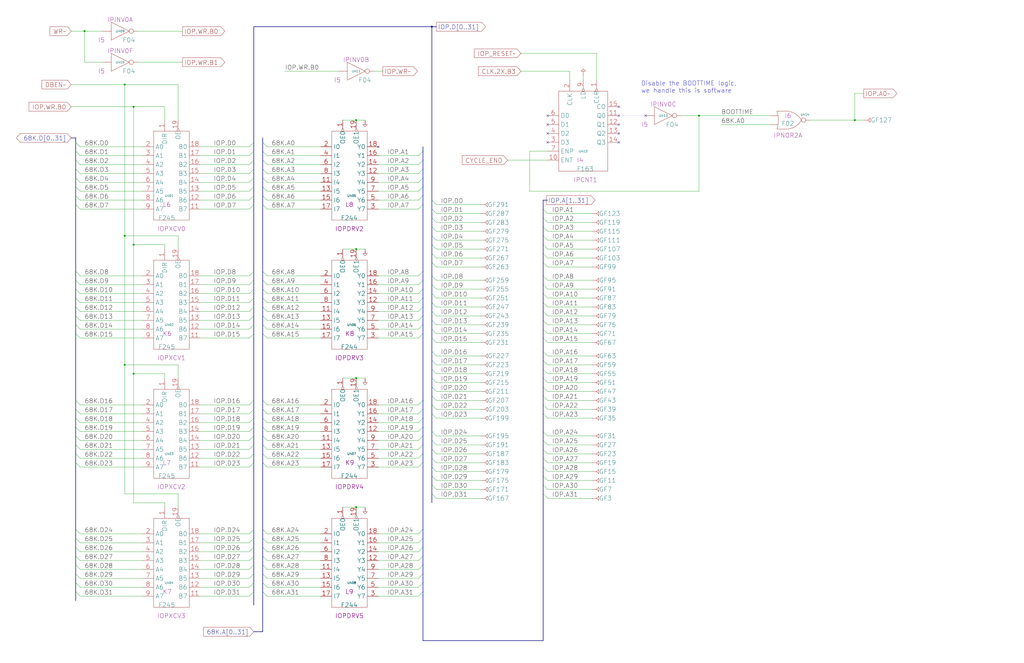
<source format=kicad_sch>
(kicad_sch (version 20250114) (generator "eeschema") (generator_version "9.0")
  (paper "User" 584.2 378.46)
  (title_block (title "IOP\\n68020 BUS BUFFERS") (date "22-SEP-90") (rev "2.0") (comment 1 "IOC") (comment 2 "232-003061") (comment 3 "S400") (comment 4 "RELEASED"))
  (text "Disable the BOOTTIME logic,\nwe handle this is software" (at 365.76 53.34 0) (effects (font (size 2.54 2.54)) (justify left bottom)))
  (junction (at 76.2 213.36))
  (junction (at 487.68 68.58))
  (junction (at 203.2 68.58))
  (junction (at 398.78 66.04))
  (junction (at 203.2 289.56))
  (junction (at 71.12 208.28))
  (junction (at 76.2 60.96))
  (junction (at 71.12 48.26))
  (junction (at 71.12 134.62))
  (junction (at 203.2 142.24))
  (junction (at 48.26 17.78))
  (junction (at 76.2 139.7))
  (junction (at 246.38 15.24))
  (junction (at 203.2 215.9))
  (no_connect (at 353.06 66.04))
  (no_connect (at 312.42 76.2))
  (no_connect (at 353.06 60.96))
  (no_connect (at 215.9 83.82))
  (no_connect (at 368.3 66.04))
  (no_connect (at 312.42 66.04))
  (no_connect (at 312.42 81.28))
  (no_connect (at 353.06 81.28))
  (no_connect (at 353.06 76.2))
  (no_connect (at 312.42 71.12))
  (no_connect (at 353.06 71.12))
  (bus_entry (at 241.3 190.5) (size -2.54 2.54))
  (bus_entry (at 144.78 302.26) (size -2.54 2.54))
  (bus_entry (at 246.38 124.46) (size 2.54 2.54))
  (bus_entry (at 149.86 302.26) (size 2.54 2.54))
  (bus_entry (at 309.88 226.06) (size 2.54 2.54))
  (bus_entry (at 144.78 233.68) (size -2.54 2.54))
  (bus_entry (at 43.18 96.52) (size 2.54 2.54))
  (bus_entry (at 144.78 317.5) (size -2.54 2.54))
  (bus_entry (at 149.86 327.66) (size 2.54 2.54))
  (bus_entry (at 144.78 185.42) (size -2.54 2.54))
  (bus_entry (at 144.78 228.6) (size -2.54 2.54))
  (bus_entry (at 246.38 172.72) (size 2.54 2.54))
  (bus_entry (at 43.18 111.76) (size 2.54 2.54))
  (bus_entry (at 149.86 91.44) (size 2.54 2.54))
  (bus_entry (at 43.18 243.84) (size 2.54 2.54))
  (bus_entry (at 246.38 129.54) (size 2.54 2.54))
  (bus_entry (at 149.86 233.68) (size 2.54 2.54))
  (bus_entry (at 149.86 175.26) (size 2.54 2.54))
  (bus_entry (at 309.88 261.62) (size 2.54 2.54))
  (bus_entry (at 144.78 111.76) (size -2.54 2.54))
  (bus_entry (at 43.18 322.58) (size 2.54 2.54))
  (bus_entry (at 149.86 307.34) (size 2.54 2.54))
  (bus_entry (at 43.18 312.42) (size 2.54 2.54))
  (bus_entry (at 149.86 322.58) (size 2.54 2.54))
  (bus_entry (at 246.38 144.78) (size 2.54 2.54))
  (bus_entry (at 309.88 231.14) (size 2.54 2.54))
  (bus_entry (at 241.3 160.02) (size -2.54 2.54))
  (bus_entry (at 241.3 264.16) (size -2.54 2.54))
  (bus_entry (at 144.78 254) (size -2.54 2.54))
  (bus_entry (at 246.38 226.06) (size 2.54 2.54))
  (bus_entry (at 43.18 228.6) (size 2.54 2.54))
  (bus_entry (at 246.38 256.54) (size 2.54 2.54))
  (bus_entry (at 309.88 266.7) (size 2.54 2.54))
  (bus_entry (at 149.86 254) (size 2.54 2.54))
  (bus_entry (at 246.38 215.9) (size 2.54 2.54))
  (bus_entry (at 43.18 238.76) (size 2.54 2.54))
  (bus_entry (at 149.86 106.68) (size 2.54 2.54))
  (bus_entry (at 246.38 200.66) (size 2.54 2.54))
  (bus_entry (at 246.38 149.86) (size 2.54 2.54))
  (bus_entry (at 241.3 111.76) (size -2.54 2.54))
  (bus_entry (at 309.88 236.22) (size 2.54 2.54))
  (bus_entry (at 309.88 281.94) (size 2.54 2.54))
  (bus_entry (at 43.18 254) (size 2.54 2.54))
  (bus_entry (at 149.86 185.42) (size 2.54 2.54))
  (bus_entry (at 246.38 231.14) (size 2.54 2.54))
  (bus_entry (at 309.88 187.96) (size 2.54 2.54))
  (bus_entry (at 246.38 167.64) (size 2.54 2.54))
  (bus_entry (at 241.3 170.18) (size -2.54 2.54))
  (bus_entry (at 241.3 337.82) (size -2.54 2.54))
  (bus_entry (at 144.78 101.6) (size -2.54 2.54))
  (bus_entry (at 149.86 228.6) (size 2.54 2.54))
  (bus_entry (at 144.78 322.58) (size -2.54 2.54))
  (bus_entry (at 144.78 307.34) (size -2.54 2.54))
  (bus_entry (at 241.3 154.94) (size -2.54 2.54))
  (bus_entry (at 309.88 215.9) (size 2.54 2.54))
  (bus_entry (at 43.18 165.1) (size 2.54 2.54))
  (bus_entry (at 309.88 182.88) (size 2.54 2.54))
  (bus_entry (at 241.3 259.08) (size -2.54 2.54))
  (bus_entry (at 309.88 129.54) (size 2.54 2.54))
  (bus_entry (at 309.88 139.7) (size 2.54 2.54))
  (bus_entry (at 241.3 233.68) (size -2.54 2.54))
  (bus_entry (at 241.3 96.52) (size -2.54 2.54))
  (bus_entry (at 241.3 175.26) (size -2.54 2.54))
  (bus_entry (at 309.88 134.62) (size 2.54 2.54))
  (bus_entry (at 309.88 119.38) (size 2.54 2.54))
  (bus_entry (at 149.86 170.18) (size 2.54 2.54))
  (bus_entry (at 241.3 185.42) (size -2.54 2.54))
  (bus_entry (at 144.78 91.44) (size -2.54 2.54))
  (bus_entry (at 43.18 264.16) (size 2.54 2.54))
  (bus_entry (at 246.38 162.56) (size 2.54 2.54))
  (bus_entry (at 241.3 106.68) (size -2.54 2.54))
  (bus_entry (at 43.18 81.28) (size 2.54 2.54))
  (bus_entry (at 246.38 119.38) (size 2.54 2.54))
  (bus_entry (at 246.38 139.7) (size 2.54 2.54))
  (bus_entry (at 241.3 254) (size -2.54 2.54))
  (bus_entry (at 144.78 312.42) (size -2.54 2.54))
  (bus_entry (at 149.86 154.94) (size 2.54 2.54))
  (bus_entry (at 43.18 91.44) (size 2.54 2.54))
  (bus_entry (at 241.3 86.36) (size -2.54 2.54))
  (bus_entry (at 309.88 144.78) (size 2.54 2.54))
  (bus_entry (at 43.18 86.36) (size 2.54 2.54))
  (bus_entry (at 241.3 302.26) (size -2.54 2.54))
  (bus_entry (at 144.78 106.68) (size -2.54 2.54))
  (bus_entry (at 43.18 116.84) (size 2.54 2.54))
  (bus_entry (at 241.3 332.74) (size -2.54 2.54))
  (bus_entry (at 149.86 264.16) (size 2.54 2.54))
  (bus_entry (at 309.88 157.48) (size 2.54 2.54))
  (bus_entry (at 241.3 322.58) (size -2.54 2.54))
  (bus_entry (at 309.88 210.82) (size 2.54 2.54))
  (bus_entry (at 43.18 101.6) (size 2.54 2.54))
  (bus_entry (at 144.78 332.74) (size -2.54 2.54))
  (bus_entry (at 43.18 302.26) (size 2.54 2.54))
  (bus_entry (at 246.38 182.88) (size 2.54 2.54))
  (bus_entry (at 149.86 81.28) (size 2.54 2.54))
  (bus_entry (at 241.3 180.34) (size -2.54 2.54))
  (bus_entry (at 246.38 205.74) (size 2.54 2.54))
  (bus_entry (at 144.78 86.36) (size -2.54 2.54))
  (bus_entry (at 309.88 246.38) (size 2.54 2.54))
  (bus_entry (at 144.78 243.84) (size -2.54 2.54))
  (bus_entry (at 149.86 243.84) (size 2.54 2.54))
  (bus_entry (at 309.88 124.46) (size 2.54 2.54))
  (bus_entry (at 246.38 276.86) (size 2.54 2.54))
  (bus_entry (at 241.3 327.66) (size -2.54 2.54))
  (bus_entry (at 309.88 251.46) (size 2.54 2.54))
  (bus_entry (at 43.18 106.68) (size 2.54 2.54))
  (bus_entry (at 246.38 261.62) (size 2.54 2.54))
  (bus_entry (at 144.78 180.34) (size -2.54 2.54))
  (bus_entry (at 241.3 243.84) (size -2.54 2.54))
  (bus_entry (at 144.78 170.18) (size -2.54 2.54))
  (bus_entry (at 241.3 312.42) (size -2.54 2.54))
  (bus_entry (at 241.3 116.84) (size -2.54 2.54))
  (bus_entry (at 43.18 154.94) (size 2.54 2.54))
  (bus_entry (at 149.86 190.5) (size 2.54 2.54))
  (bus_entry (at 246.38 251.46) (size 2.54 2.54))
  (bus_entry (at 246.38 187.96) (size 2.54 2.54))
  (bus_entry (at 144.78 190.5) (size -2.54 2.54))
  (bus_entry (at 43.18 175.26) (size 2.54 2.54))
  (bus_entry (at 144.78 160.02) (size -2.54 2.54))
  (bus_entry (at 149.86 317.5) (size 2.54 2.54))
  (bus_entry (at 43.18 259.08) (size 2.54 2.54))
  (bus_entry (at 246.38 134.62) (size 2.54 2.54))
  (bus_entry (at 43.18 185.42) (size 2.54 2.54))
  (bus_entry (at 144.78 248.92) (size -2.54 2.54))
  (bus_entry (at 246.38 236.22) (size 2.54 2.54))
  (bus_entry (at 43.18 160.02) (size 2.54 2.54))
  (bus_entry (at 43.18 307.34) (size 2.54 2.54))
  (bus_entry (at 149.86 160.02) (size 2.54 2.54))
  (bus_entry (at 149.86 111.76) (size 2.54 2.54))
  (bus_entry (at 309.88 167.64) (size 2.54 2.54))
  (bus_entry (at 144.78 259.08) (size -2.54 2.54))
  (bus_entry (at 144.78 165.1) (size -2.54 2.54))
  (bus_entry (at 144.78 96.52) (size -2.54 2.54))
  (bus_entry (at 43.18 233.68) (size 2.54 2.54))
  (bus_entry (at 43.18 170.18) (size 2.54 2.54))
  (bus_entry (at 149.86 96.52) (size 2.54 2.54))
  (bus_entry (at 144.78 264.16) (size -2.54 2.54))
  (bus_entry (at 149.86 259.08) (size 2.54 2.54))
  (bus_entry (at 309.88 172.72) (size 2.54 2.54))
  (bus_entry (at 43.18 327.66) (size 2.54 2.54))
  (bus_entry (at 149.86 238.76) (size 2.54 2.54))
  (bus_entry (at 309.88 193.04) (size 2.54 2.54))
  (bus_entry (at 309.88 276.86) (size 2.54 2.54))
  (bus_entry (at 149.86 86.36) (size 2.54 2.54))
  (bus_entry (at 246.38 266.7) (size 2.54 2.54))
  (bus_entry (at 246.38 157.48) (size 2.54 2.54))
  (bus_entry (at 149.86 312.42) (size 2.54 2.54))
  (bus_entry (at 149.86 101.6) (size 2.54 2.54))
  (bus_entry (at 309.88 205.74) (size 2.54 2.54))
  (bus_entry (at 43.18 317.5) (size 2.54 2.54))
  (bus_entry (at 43.18 248.92) (size 2.54 2.54))
  (bus_entry (at 43.18 190.5) (size 2.54 2.54))
  (bus_entry (at 309.88 200.66) (size 2.54 2.54))
  (bus_entry (at 241.3 91.44) (size -2.54 2.54))
  (bus_entry (at 149.86 165.1) (size 2.54 2.54))
  (bus_entry (at 309.88 162.56) (size 2.54 2.54))
  (bus_entry (at 241.3 165.1) (size -2.54 2.54))
  (bus_entry (at 241.3 101.6) (size -2.54 2.54))
  (bus_entry (at 241.3 248.92) (size -2.54 2.54))
  (bus_entry (at 241.3 307.34) (size -2.54 2.54))
  (bus_entry (at 246.38 271.78) (size 2.54 2.54))
  (bus_entry (at 144.78 175.26) (size -2.54 2.54))
  (bus_entry (at 144.78 81.28) (size -2.54 2.54))
  (bus_entry (at 246.38 210.82) (size 2.54 2.54))
  (bus_entry (at 144.78 327.66) (size -2.54 2.54))
  (bus_entry (at 149.86 337.82) (size 2.54 2.54))
  (bus_entry (at 144.78 116.84) (size -2.54 2.54))
  (bus_entry (at 246.38 246.38) (size 2.54 2.54))
  (bus_entry (at 241.3 238.76) (size -2.54 2.54))
  (bus_entry (at 144.78 337.82) (size -2.54 2.54))
  (bus_entry (at 241.3 317.5) (size -2.54 2.54))
  (bus_entry (at 309.88 256.54) (size 2.54 2.54))
  (bus_entry (at 246.38 281.94) (size 2.54 2.54))
  (bus_entry (at 149.86 116.84) (size 2.54 2.54))
  (bus_entry (at 246.38 220.98) (size 2.54 2.54))
  (bus_entry (at 43.18 332.74) (size 2.54 2.54))
  (bus_entry (at 43.18 180.34) (size 2.54 2.54))
  (bus_entry (at 144.78 238.76) (size -2.54 2.54))
  (bus_entry (at 246.38 193.04) (size 2.54 2.54))
  (bus_entry (at 144.78 154.94) (size -2.54 2.54))
  (bus_entry (at 241.3 228.6) (size -2.54 2.54))
  (bus_entry (at 43.18 337.82) (size 2.54 2.54))
  (bus_entry (at 309.88 220.98) (size 2.54 2.54))
  (bus_entry (at 309.88 177.8) (size 2.54 2.54))
  (bus_entry (at 149.86 180.34) (size 2.54 2.54))
  (bus_entry (at 309.88 149.86) (size 2.54 2.54))
  (bus_entry (at 149.86 248.92) (size 2.54 2.54))
  (bus_entry (at 309.88 271.78) (size 2.54 2.54))
  (bus_entry (at 246.38 114.3) (size 2.54 2.54))
  (bus_entry (at 246.38 177.8) (size 2.54 2.54))
  (bus_entry (at 149.86 332.74) (size 2.54 2.54))
  (wire (pts (xy 71.12 208.28) (xy 101.6 208.28)))
  (bus (pts (xy 246.38 281.94) (xy 246.38 287.02)))
  (bus (pts (xy 309.88 114.3) (xy 312.42 114.3)))
  (wire (pts (xy 248.92 279.4) (xy 274.32 279.4)))
  (polyline (pts (xy 353.06 66.04) (xy 368.3 66.04)) (stroke (width 0) (type dot)))
  (wire (pts (xy 45.72 182.88) (xy 81.28 182.88)))
  (bus (pts (xy 144.78 106.68) (xy 144.78 111.76)))
  (wire (pts (xy 45.72 109.22) (xy 81.28 109.22)))
  (wire (pts (xy 312.42 121.92) (xy 337.82 121.92)))
  (bus (pts (xy 241.3 96.52) (xy 241.3 101.6)))
  (bus (pts (xy 43.18 254) (xy 43.18 259.08)))
  (wire (pts (xy 114.3 236.22) (xy 142.24 236.22)))
  (wire (pts (xy 215.9 119.38) (xy 238.76 119.38)))
  (bus (pts (xy 43.18 154.94) (xy 43.18 160.02)))
  (bus (pts (xy 40.64 78.74) (xy 43.18 78.74)))
  (bus (pts (xy 309.88 167.64) (xy 309.88 172.72)))
  (wire (pts (xy 312.42 248.92) (xy 337.82 248.92)))
  (wire (pts (xy 114.3 231.14) (xy 142.24 231.14)))
  (wire (pts (xy 48.26 35.56) (xy 48.26 17.78)))
  (wire (pts (xy 487.68 68.58) (xy 492.76 68.58)))
  (bus (pts (xy 246.38 139.7) (xy 246.38 144.78)))
  (bus (pts (xy 241.3 91.44) (xy 241.3 96.52)))
  (bus (pts (xy 309.88 210.82) (xy 309.88 215.9)))
  (wire (pts (xy 213.36 40.64) (xy 218.44 40.64)))
  (wire (pts (xy 248.92 160.02) (xy 274.32 160.02)))
  (wire (pts (xy 114.3 309.88) (xy 142.24 309.88)))
  (wire (pts (xy 215.9 251.46) (xy 238.76 251.46)))
  (wire (pts (xy 45.72 266.7) (xy 81.28 266.7)))
  (wire (pts (xy 45.72 172.72) (xy 81.28 172.72)))
  (bus (pts (xy 149.86 307.34) (xy 149.86 312.42)))
  (bus (pts (xy 149.86 96.52) (xy 149.86 101.6)))
  (bus (pts (xy 43.18 228.6) (xy 43.18 233.68)))
  (bus (pts (xy 43.18 116.84) (xy 43.18 154.94)))
  (bus (pts (xy 144.78 190.5) (xy 144.78 228.6)))
  (wire (pts (xy 215.9 182.88) (xy 238.76 182.88)))
  (wire (pts (xy 215.9 314.96) (xy 238.76 314.96)))
  (wire (pts (xy 203.2 142.24) (xy 208.28 142.24)))
  (wire (pts (xy 312.42 264.16) (xy 337.82 264.16)))
  (bus (pts (xy 246.38 134.62) (xy 246.38 139.7)))
  (wire (pts (xy 45.72 193.04) (xy 81.28 193.04)))
  (bus (pts (xy 241.3 170.18) (xy 241.3 175.26)))
  (wire (pts (xy 248.92 180.34) (xy 274.32 180.34)))
  (wire (pts (xy 76.2 213.36) (xy 93.98 213.36)))
  (wire (pts (xy 248.92 223.52) (xy 274.32 223.52)))
  (bus (pts (xy 309.88 182.88) (xy 309.88 187.96)))
  (bus (pts (xy 149.86 81.28) (xy 149.86 86.36)))
  (wire (pts (xy 248.92 147.32) (xy 274.32 147.32)))
  (wire (pts (xy 215.9 167.64) (xy 238.76 167.64)))
  (wire (pts (xy 152.4 157.48) (xy 182.88 157.48)))
  (wire (pts (xy 248.92 132.08) (xy 274.32 132.08)))
  (wire (pts (xy 45.72 187.96) (xy 81.28 187.96)))
  (bus (pts (xy 149.86 259.08) (xy 149.86 264.16)))
  (bus (pts (xy 149.86 116.84) (xy 149.86 154.94)))
  (wire (pts (xy 215.9 256.54) (xy 238.76 256.54)))
  (bus (pts (xy 149.86 337.82) (xy 149.86 360.68)))
  (bus (pts (xy 241.3 180.34) (xy 241.3 185.42)))
  (bus (pts (xy 241.3 337.82) (xy 241.3 365.76)))
  (wire (pts (xy 215.9 309.88) (xy 238.76 309.88)))
  (wire (pts (xy 215.9 320.04) (xy 238.76 320.04)))
  (wire (pts (xy 152.4 88.9) (xy 182.88 88.9)))
  (wire (pts (xy 76.2 139.7) (xy 93.98 139.7)))
  (bus (pts (xy 309.88 129.54) (xy 309.88 134.62)))
  (bus (pts (xy 144.78 81.28) (xy 144.78 86.36)))
  (wire (pts (xy 152.4 314.96) (xy 182.88 314.96)))
  (wire (pts (xy 152.4 83.82) (xy 182.88 83.82)))
  (bus (pts (xy 144.78 233.68) (xy 144.78 238.76)))
  (wire (pts (xy 312.42 147.32) (xy 337.82 147.32)))
  (bus (pts (xy 241.3 259.08) (xy 241.3 264.16)))
  (wire (pts (xy 45.72 335.28) (xy 81.28 335.28)))
  (bus (pts (xy 241.3 248.92) (xy 241.3 254)))
  (wire (pts (xy 152.4 104.14) (xy 182.88 104.14)))
  (bus (pts (xy 43.18 327.66) (xy 43.18 332.74)))
  (wire (pts (xy 114.3 157.48) (xy 142.24 157.48)))
  (bus (pts (xy 144.78 259.08) (xy 144.78 264.16)))
  (wire (pts (xy 312.42 284.48) (xy 337.82 284.48)))
  (bus (pts (xy 144.78 165.1) (xy 144.78 170.18)))
  (bus (pts (xy 246.38 124.46) (xy 246.38 129.54)))
  (bus (pts (xy 309.88 157.48) (xy 309.88 162.56)))
  (bus (pts (xy 246.38 220.98) (xy 246.38 226.06)))
  (wire (pts (xy 152.4 266.7) (xy 182.88 266.7)))
  (wire (pts (xy 40.64 60.96) (xy 76.2 60.96)))
  (wire (pts (xy 248.92 203.2) (xy 274.32 203.2)))
  (wire (pts (xy 248.92 116.84) (xy 274.32 116.84)))
  (bus (pts (xy 144.78 101.6) (xy 144.78 106.68)))
  (wire (pts (xy 312.42 218.44) (xy 337.82 218.44)))
  (bus (pts (xy 246.38 187.96) (xy 246.38 193.04)))
  (wire (pts (xy 340.36 45.72) (xy 340.36 30.48)))
  (wire (pts (xy 215.9 241.3) (xy 238.76 241.3)))
  (bus (pts (xy 241.3 332.74) (xy 241.3 337.82)))
  (bus (pts (xy 149.86 264.16) (xy 149.86 302.26)))
  (bus (pts (xy 43.18 243.84) (xy 43.18 248.92)))
  (bus (pts (xy 246.38 149.86) (xy 246.38 157.48)))
  (wire (pts (xy 114.3 162.56) (xy 142.24 162.56)))
  (bus (pts (xy 149.86 228.6) (xy 149.86 233.68)))
  (wire (pts (xy 152.4 330.2) (xy 182.88 330.2)))
  (wire (pts (xy 312.42 279.4) (xy 337.82 279.4)))
  (wire (pts (xy 152.4 246.38) (xy 182.88 246.38)))
  (bus (pts (xy 144.78 228.6) (xy 144.78 233.68)))
  (bus (pts (xy 309.88 119.38) (xy 309.88 124.46)))
  (bus (pts (xy 309.88 134.62) (xy 309.88 139.7)))
  (wire (pts (xy 215.9 109.22) (xy 238.76 109.22)))
  (wire (pts (xy 152.4 261.62) (xy 182.88 261.62)))
  (bus (pts (xy 309.88 187.96) (xy 309.88 193.04)))
  (wire (pts (xy 312.42 228.6) (xy 337.82 228.6)))
  (wire (pts (xy 162.56 40.64) (xy 193.04 40.64)))
  (wire (pts (xy 248.92 208.28) (xy 274.32 208.28)))
  (wire (pts (xy 45.72 162.56) (xy 81.28 162.56)))
  (bus (pts (xy 309.88 251.46) (xy 309.88 256.54)))
  (wire (pts (xy 215.9 88.9) (xy 238.76 88.9)))
  (wire (pts (xy 101.6 142.24) (xy 101.6 134.62)))
  (wire (pts (xy 71.12 48.26) (xy 71.12 134.62)))
  (bus (pts (xy 309.88 215.9) (xy 309.88 220.98)))
  (wire (pts (xy 45.72 167.64) (xy 81.28 167.64)))
  (bus (pts (xy 241.3 238.76) (xy 241.3 243.84)))
  (wire (pts (xy 45.72 119.38) (xy 81.28 119.38)))
  (bus (pts (xy 241.3 101.6) (xy 241.3 106.68)))
  (bus (pts (xy 241.3 190.5) (xy 241.3 228.6)))
  (bus (pts (xy 309.88 271.78) (xy 309.88 276.86)))
  (wire (pts (xy 78.74 17.78) (xy 104.14 17.78)))
  (bus (pts (xy 144.78 185.42) (xy 144.78 190.5)))
  (bus (pts (xy 43.18 248.92) (xy 43.18 254)))
  (wire (pts (xy 114.3 256.54) (xy 142.24 256.54)))
  (wire (pts (xy 195.58 215.9) (xy 203.2 215.9)))
  (wire (pts (xy 203.2 289.56) (xy 208.28 289.56)))
  (bus (pts (xy 144.78 248.92) (xy 144.78 254)))
  (wire (pts (xy 215.9 157.48) (xy 238.76 157.48)))
  (wire (pts (xy 325.12 45.72) (xy 325.12 40.64)))
  (wire (pts (xy 93.98 215.9) (xy 93.98 213.36)))
  (wire (pts (xy 101.6 281.94) (xy 101.6 289.56)))
  (bus (pts (xy 149.86 317.5) (xy 149.86 322.58)))
  (wire (pts (xy 215.9 261.62) (xy 238.76 261.62)))
  (bus (pts (xy 309.88 231.14) (xy 309.88 236.22)))
  (bus (pts (xy 149.86 111.76) (xy 149.86 116.84)))
  (wire (pts (xy 152.4 231.14) (xy 182.88 231.14)))
  (bus (pts (xy 241.3 322.58) (xy 241.3 327.66)))
  (wire (pts (xy 332.74 43.18) (xy 332.74 45.72)))
  (wire (pts (xy 101.6 215.9) (xy 101.6 208.28)))
  (bus (pts (xy 144.78 238.76) (xy 144.78 243.84)))
  (bus (pts (xy 149.86 78.74) (xy 149.86 81.28)))
  (bus (pts (xy 144.78 243.84) (xy 144.78 248.92)))
  (wire (pts (xy 398.78 109.22) (xy 302.26 109.22)))
  (bus (pts (xy 246.38 144.78) (xy 246.38 149.86)))
  (wire (pts (xy 45.72 330.2) (xy 81.28 330.2)))
  (wire (pts (xy 114.3 330.2) (xy 142.24 330.2)))
  (wire (pts (xy 203.2 215.9) (xy 208.28 215.9)))
  (bus (pts (xy 241.3 106.68) (xy 241.3 111.76)))
  (bus (pts (xy 149.86 165.1) (xy 149.86 170.18)))
  (wire (pts (xy 45.72 83.82) (xy 81.28 83.82)))
  (wire (pts (xy 93.98 142.24) (xy 93.98 139.7)))
  (bus (pts (xy 246.38 205.74) (xy 246.38 210.82)))
  (bus (pts (xy 246.38 276.86) (xy 246.38 281.94)))
  (wire (pts (xy 152.4 187.96) (xy 182.88 187.96)))
  (bus (pts (xy 43.18 160.02) (xy 43.18 165.1)))
  (bus (pts (xy 149.86 101.6) (xy 149.86 106.68)))
  (wire (pts (xy 45.72 231.14) (xy 81.28 231.14)))
  (wire (pts (xy 152.4 340.36) (xy 182.88 340.36)))
  (wire (pts (xy 312.42 160.02) (xy 337.82 160.02)))
  (bus (pts (xy 144.78 254) (xy 144.78 259.08)))
  (wire (pts (xy 462.28 68.58) (xy 487.68 68.58)))
  (wire (pts (xy 114.3 172.72) (xy 142.24 172.72)))
  (wire (pts (xy 312.42 254) (xy 337.82 254)))
  (bus (pts (xy 149.86 248.92) (xy 149.86 254)))
  (bus (pts (xy 149.86 254) (xy 149.86 259.08)))
  (wire (pts (xy 58.42 35.56) (xy 48.26 35.56)))
  (wire (pts (xy 93.98 287.02) (xy 76.2 287.02)))
  (wire (pts (xy 152.4 309.88) (xy 182.88 309.88)))
  (wire (pts (xy 71.12 208.28) (xy 71.12 281.94)))
  (wire (pts (xy 248.92 264.16) (xy 274.32 264.16)))
  (wire (pts (xy 45.72 104.14) (xy 81.28 104.14)))
  (wire (pts (xy 248.92 228.6) (xy 274.32 228.6)))
  (bus (pts (xy 149.86 185.42) (xy 149.86 190.5)))
  (wire (pts (xy 45.72 93.98) (xy 81.28 93.98)))
  (wire (pts (xy 93.98 289.56) (xy 93.98 287.02)))
  (bus (pts (xy 149.86 302.26) (xy 149.86 307.34)))
  (wire (pts (xy 152.4 241.3) (xy 182.88 241.3)))
  (wire (pts (xy 312.42 203.2) (xy 337.82 203.2)))
  (bus (pts (xy 43.18 81.28) (xy 43.18 86.36)))
  (wire (pts (xy 215.9 172.72) (xy 238.76 172.72)))
  (wire (pts (xy 76.2 213.36) (xy 76.2 287.02)))
  (bus (pts (xy 144.78 91.44) (xy 144.78 96.52)))
  (wire (pts (xy 215.9 93.98) (xy 238.76 93.98)))
  (wire (pts (xy 152.4 325.12) (xy 182.88 325.12)))
  (bus (pts (xy 43.18 307.34) (xy 43.18 312.42)))
  (wire (pts (xy 248.92 248.92) (xy 274.32 248.92)))
  (wire (pts (xy 45.72 241.3) (xy 81.28 241.3)))
  (bus (pts (xy 43.18 238.76) (xy 43.18 243.84)))
  (wire (pts (xy 45.72 309.88) (xy 81.28 309.88)))
  (wire (pts (xy 114.3 193.04) (xy 142.24 193.04)))
  (wire (pts (xy 312.42 233.68) (xy 337.82 233.68)))
  (bus (pts (xy 149.86 86.36) (xy 149.86 91.44)))
  (bus (pts (xy 43.18 317.5) (xy 43.18 322.58)))
  (wire (pts (xy 76.2 60.96) (xy 76.2 139.7)))
  (bus (pts (xy 241.3 228.6) (xy 241.3 233.68)))
  (bus (pts (xy 43.18 259.08) (xy 43.18 264.16)))
  (wire (pts (xy 45.72 251.46) (xy 81.28 251.46)))
  (bus (pts (xy 309.88 261.62) (xy 309.88 266.7)))
  (bus (pts (xy 149.86 160.02) (xy 149.86 165.1)))
  (bus (pts (xy 241.3 264.16) (xy 241.3 302.26)))
  (wire (pts (xy 45.72 236.22) (xy 81.28 236.22)))
  (bus (pts (xy 246.38 15.24) (xy 246.38 114.3)))
  (wire (pts (xy 312.42 165.1) (xy 337.82 165.1)))
  (bus (pts (xy 309.88 276.86) (xy 309.88 281.94)))
  (wire (pts (xy 215.9 236.22) (xy 238.76 236.22)))
  (bus (pts (xy 241.3 307.34) (xy 241.3 312.42)))
  (bus (pts (xy 149.86 327.66) (xy 149.86 332.74)))
  (bus (pts (xy 246.38 236.22) (xy 246.38 246.38)))
  (bus (pts (xy 144.78 317.5) (xy 144.78 322.58)))
  (wire (pts (xy 152.4 172.72) (xy 182.88 172.72)))
  (bus (pts (xy 43.18 101.6) (xy 43.18 106.68)))
  (bus (pts (xy 43.18 106.68) (xy 43.18 111.76)))
  (wire (pts (xy 312.42 132.08) (xy 337.82 132.08)))
  (wire (pts (xy 114.3 114.3) (xy 142.24 114.3)))
  (wire (pts (xy 45.72 157.48) (xy 81.28 157.48)))
  (wire (pts (xy 195.58 142.24) (xy 203.2 142.24)))
  (wire (pts (xy 388.62 66.04) (xy 398.78 66.04)))
  (wire (pts (xy 45.72 88.9) (xy 81.28 88.9)))
  (wire (pts (xy 114.3 83.82) (xy 142.24 83.82)))
  (bus (pts (xy 309.88 144.78) (xy 309.88 149.86)))
  (bus (pts (xy 309.88 172.72) (xy 309.88 177.8)))
  (wire (pts (xy 114.3 177.8) (xy 142.24 177.8)))
  (bus (pts (xy 241.3 312.42) (xy 241.3 317.5)))
  (bus (pts (xy 246.38 129.54) (xy 246.38 134.62)))
  (wire (pts (xy 71.12 134.62) (xy 71.12 208.28)))
  (wire (pts (xy 40.64 48.26) (xy 71.12 48.26)))
  (bus (pts (xy 246.38 215.9) (xy 246.38 220.98)))
  (bus (pts (xy 246.38 162.56) (xy 246.38 167.64)))
  (bus (pts (xy 309.88 124.46) (xy 309.88 129.54)))
  (wire (pts (xy 248.92 165.1) (xy 274.32 165.1)))
  (bus (pts (xy 309.88 205.74) (xy 309.88 210.82)))
  (wire (pts (xy 152.4 335.28) (xy 182.88 335.28)))
  (wire (pts (xy 312.42 238.76) (xy 337.82 238.76)))
  (bus (pts (xy 144.78 160.02) (xy 144.78 165.1)))
  (wire (pts (xy 215.9 162.56) (xy 238.76 162.56)))
  (bus (pts (xy 241.3 243.84) (xy 241.3 248.92)))
  (bus (pts (xy 241.3 86.36) (xy 241.3 91.44)))
  (bus (pts (xy 43.18 332.74) (xy 43.18 337.82)))
  (bus (pts (xy 246.38 246.38) (xy 246.38 251.46)))
  (wire (pts (xy 248.92 238.76) (xy 274.32 238.76)))
  (wire (pts (xy 297.18 40.64) (xy 325.12 40.64)))
  (bus (pts (xy 309.88 139.7) (xy 309.88 144.78)))
  (wire (pts (xy 71.12 281.94) (xy 101.6 281.94)))
  (bus (pts (xy 246.38 157.48) (xy 246.38 162.56)))
  (bus (pts (xy 246.38 119.38) (xy 246.38 124.46)))
  (wire (pts (xy 248.92 254) (xy 274.32 254)))
  (wire (pts (xy 45.72 340.36) (xy 81.28 340.36)))
  (wire (pts (xy 152.4 119.38) (xy 182.88 119.38)))
  (bus (pts (xy 43.18 91.44) (xy 43.18 96.52)))
  (wire (pts (xy 312.42 180.34) (xy 337.82 180.34)))
  (bus (pts (xy 144.78 307.34) (xy 144.78 312.42)))
  (wire (pts (xy 152.4 236.22) (xy 182.88 236.22)))
  (bus (pts (xy 144.78 86.36) (xy 144.78 91.44)))
  (bus (pts (xy 149.86 190.5) (xy 149.86 228.6)))
  (wire (pts (xy 312.42 195.58) (xy 337.82 195.58)))
  (wire (pts (xy 40.64 17.78) (xy 48.26 17.78)))
  (bus (pts (xy 246.38 182.88) (xy 246.38 187.96)))
  (bus (pts (xy 241.3 327.66) (xy 241.3 332.74)))
  (bus (pts (xy 309.88 256.54) (xy 309.88 261.62)))
  (bus (pts (xy 246.38 256.54) (xy 246.38 261.62)))
  (wire (pts (xy 45.72 314.96) (xy 81.28 314.96)))
  (wire (pts (xy 215.9 177.8) (xy 238.76 177.8)))
  (wire (pts (xy 45.72 177.8) (xy 81.28 177.8)))
  (wire (pts (xy 312.42 223.52) (xy 337.82 223.52)))
  (wire (pts (xy 114.3 340.36) (xy 142.24 340.36)))
  (bus (pts (xy 144.78 116.84) (xy 144.78 154.94)))
  (wire (pts (xy 152.4 177.8) (xy 182.88 177.8)))
  (bus (pts (xy 241.3 233.68) (xy 241.3 238.76)))
  (wire (pts (xy 312.42 208.28) (xy 337.82 208.28)))
  (wire (pts (xy 114.3 325.12) (xy 142.24 325.12)))
  (wire (pts (xy 248.92 190.5) (xy 274.32 190.5)))
  (bus (pts (xy 144.78 15.24) (xy 144.78 81.28)))
  (wire (pts (xy 114.3 335.28) (xy 142.24 335.28)))
  (wire (pts (xy 152.4 182.88) (xy 182.88 182.88)))
  (bus (pts (xy 246.38 210.82) (xy 246.38 215.9)))
  (wire (pts (xy 312.42 175.26) (xy 337.82 175.26)))
  (wire (pts (xy 114.3 261.62) (xy 142.24 261.62)))
  (bus (pts (xy 309.88 149.86) (xy 309.88 157.48)))
  (bus (pts (xy 144.78 302.26) (xy 144.78 307.34)))
  (bus (pts (xy 149.86 233.68) (xy 149.86 238.76)))
  (wire (pts (xy 114.3 93.98) (xy 142.24 93.98)))
  (wire (pts (xy 248.92 213.36) (xy 274.32 213.36)))
  (bus (pts (xy 43.18 233.68) (xy 43.18 238.76)))
  (wire (pts (xy 248.92 127) (xy 274.32 127)))
  (bus (pts (xy 149.86 170.18) (xy 149.86 175.26)))
  (wire (pts (xy 152.4 320.04) (xy 182.88 320.04)))
  (bus (pts (xy 144.78 322.58) (xy 144.78 327.66)))
  (bus (pts (xy 246.38 231.14) (xy 246.38 236.22)))
  (bus (pts (xy 241.3 317.5) (xy 241.3 322.58)))
  (bus (pts (xy 246.38 172.72) (xy 246.38 177.8)))
  (wire (pts (xy 76.2 139.7) (xy 76.2 213.36)))
  (bus (pts (xy 241.3 154.94) (xy 241.3 160.02)))
  (bus (pts (xy 149.86 180.34) (xy 149.86 185.42)))
  (wire (pts (xy 114.3 182.88) (xy 142.24 182.88)))
  (bus (pts (xy 43.18 190.5) (xy 43.18 228.6)))
  (bus (pts (xy 149.86 332.74) (xy 149.86 337.82)))
  (bus (pts (xy 43.18 302.26) (xy 43.18 307.34)))
  (wire (pts (xy 152.4 99.06) (xy 182.88 99.06)))
  (bus (pts (xy 241.3 175.26) (xy 241.3 180.34)))
  (bus (pts (xy 144.78 111.76) (xy 144.78 116.84)))
  (bus (pts (xy 241.3 185.42) (xy 241.3 190.5)))
  (bus (pts (xy 144.78 180.34) (xy 144.78 185.42)))
  (wire (pts (xy 248.92 175.26) (xy 274.32 175.26)))
  (bus (pts (xy 144.78 264.16) (xy 144.78 302.26)))
  (bus (pts (xy 309.88 281.94) (xy 309.88 365.76)))
  (wire (pts (xy 114.3 99.06) (xy 142.24 99.06)))
  (wire (pts (xy 248.92 142.24) (xy 274.32 142.24)))
  (bus (pts (xy 309.88 162.56) (xy 309.88 167.64)))
  (bus (pts (xy 149.86 238.76) (xy 149.86 243.84)))
  (wire (pts (xy 312.42 213.36) (xy 337.82 213.36)))
  (bus (pts (xy 43.18 170.18) (xy 43.18 175.26)))
  (wire (pts (xy 312.42 142.24) (xy 337.82 142.24)))
  (wire (pts (xy 215.9 99.06) (xy 238.76 99.06)))
  (wire (pts (xy 114.3 119.38) (xy 142.24 119.38)))
  (wire (pts (xy 71.12 48.26) (xy 101.6 48.26)))
  (bus (pts (xy 309.88 226.06) (xy 309.88 231.14)))
  (wire (pts (xy 45.72 114.3) (xy 81.28 114.3)))
  (bus (pts (xy 144.78 170.18) (xy 144.78 175.26)))
  (wire (pts (xy 114.3 104.14) (xy 142.24 104.14)))
  (wire (pts (xy 312.42 127) (xy 337.82 127)))
  (bus (pts (xy 43.18 337.82) (xy 43.18 342.9)))
  (bus (pts (xy 144.78 15.24) (xy 246.38 15.24)))
  (wire (pts (xy 215.9 335.28) (xy 238.76 335.28)))
  (wire (pts (xy 45.72 99.06) (xy 81.28 99.06)))
  (bus (pts (xy 144.78 332.74) (xy 144.78 337.82)))
  (wire (pts (xy 114.3 304.8) (xy 142.24 304.8)))
  (wire (pts (xy 248.92 274.32) (xy 274.32 274.32)))
  (bus (pts (xy 43.18 264.16) (xy 43.18 302.26)))
  (wire (pts (xy 152.4 193.04) (xy 182.88 193.04)))
  (wire (pts (xy 45.72 325.12) (xy 81.28 325.12)))
  (wire (pts (xy 203.2 68.58) (xy 208.28 68.58)))
  (bus (pts (xy 144.78 154.94) (xy 144.78 160.02)))
  (wire (pts (xy 248.92 233.68) (xy 274.32 233.68)))
  (wire (pts (xy 215.9 187.96) (xy 238.76 187.96)))
  (wire (pts (xy 71.12 134.62) (xy 101.6 134.62)))
  (bus (pts (xy 309.88 220.98) (xy 309.88 226.06)))
  (bus (pts (xy 309.88 246.38) (xy 309.88 251.46)))
  (bus (pts (xy 309.88 177.8) (xy 309.88 182.88)))
  (bus (pts (xy 149.86 154.94) (xy 149.86 160.02)))
  (bus (pts (xy 246.38 266.7) (xy 246.38 271.78)))
  (wire (pts (xy 215.9 266.7) (xy 238.76 266.7)))
  (wire (pts (xy 78.74 35.56) (xy 104.14 35.56)))
  (bus (pts (xy 246.38 114.3) (xy 246.38 119.38)))
  (bus (pts (xy 149.86 322.58) (xy 149.86 327.66)))
  (wire (pts (xy 114.3 320.04) (xy 142.24 320.04)))
  (wire (pts (xy 248.92 269.24) (xy 274.32 269.24)))
  (wire (pts (xy 195.58 68.58) (xy 203.2 68.58)))
  (wire (pts (xy 48.26 17.78) (xy 58.42 17.78)))
  (bus (pts (xy 43.18 96.52) (xy 43.18 101.6)))
  (wire (pts (xy 114.3 246.38) (xy 142.24 246.38)))
  (bus (pts (xy 149.86 243.84) (xy 149.86 248.92)))
  (wire (pts (xy 312.42 269.24) (xy 337.82 269.24)))
  (bus (pts (xy 309.88 114.3) (xy 309.88 119.38)))
  (wire (pts (xy 215.9 114.3) (xy 238.76 114.3)))
  (wire (pts (xy 114.3 187.96) (xy 142.24 187.96)))
  (bus (pts (xy 246.38 177.8) (xy 246.38 182.88)))
  (wire (pts (xy 312.42 259.08) (xy 337.82 259.08)))
  (bus (pts (xy 43.18 111.76) (xy 43.18 116.84)))
  (wire (pts (xy 248.92 284.48) (xy 274.32 284.48)))
  (wire (pts (xy 215.9 304.8) (xy 238.76 304.8)))
  (bus (pts (xy 241.3 160.02) (xy 241.3 165.1)))
  (wire (pts (xy 152.4 251.46) (xy 182.88 251.46)))
  (bus (pts (xy 246.38 200.66) (xy 246.38 205.74)))
  (wire (pts (xy 248.92 218.44) (xy 274.32 218.44)))
  (wire (pts (xy 215.9 246.38) (xy 238.76 246.38)))
  (wire (pts (xy 45.72 246.38) (xy 81.28 246.38)))
  (wire (pts (xy 248.92 195.58) (xy 274.32 195.58)))
  (bus (pts (xy 144.78 175.26) (xy 144.78 180.34)))
  (bus (pts (xy 241.3 165.1) (xy 241.3 170.18)))
  (bus (pts (xy 149.86 106.68) (xy 149.86 111.76)))
  (wire (pts (xy 302.26 86.36) (xy 312.42 86.36)))
  (bus (pts (xy 246.38 271.78) (xy 246.38 276.86)))
  (wire (pts (xy 215.9 330.2) (xy 238.76 330.2)))
  (bus (pts (xy 149.86 312.42) (xy 149.86 317.5)))
  (bus (pts (xy 43.18 78.74) (xy 43.18 81.28)))
  (wire (pts (xy 114.3 266.7) (xy 142.24 266.7)))
  (bus (pts (xy 246.38 226.06) (xy 246.38 231.14)))
  (bus (pts (xy 241.3 83.82) (xy 241.3 86.36)))
  (bus (pts (xy 309.88 266.7) (xy 309.88 271.78)))
  (bus (pts (xy 246.38 167.64) (xy 246.38 172.72)))
  (wire (pts (xy 114.3 314.96) (xy 142.24 314.96)))
  (wire (pts (xy 312.42 274.32) (xy 337.82 274.32)))
  (wire (pts (xy 195.58 289.56) (xy 203.2 289.56)))
  (wire (pts (xy 152.4 114.3) (xy 182.88 114.3)))
  (wire (pts (xy 312.42 137.16) (xy 337.82 137.16)))
  (bus (pts (xy 241.3 116.84) (xy 241.3 154.94)))
  (bus (pts (xy 241.3 365.76) (xy 309.88 365.76)))
  (bus (pts (xy 43.18 180.34) (xy 43.18 185.42)))
  (bus (pts (xy 241.3 302.26) (xy 241.3 307.34)))
  (wire (pts (xy 76.2 60.96) (xy 93.98 60.96)))
  (bus (pts (xy 144.78 360.68) (xy 149.86 360.68)))
  (wire (pts (xy 152.4 304.8) (xy 182.88 304.8)))
  (bus (pts (xy 246.38 15.24) (xy 248.92 15.24)))
  (wire (pts (xy 114.3 88.9) (xy 142.24 88.9)))
  (bus (pts (xy 246.38 261.62) (xy 246.38 266.7)))
  (wire (pts (xy 45.72 261.62) (xy 81.28 261.62)))
  (wire (pts (xy 248.92 137.16) (xy 274.32 137.16)))
  (wire (pts (xy 152.4 162.56) (xy 182.88 162.56)))
  (bus (pts (xy 144.78 337.82) (xy 144.78 345.44)))
  (bus (pts (xy 241.3 111.76) (xy 241.3 116.84)))
  (wire (pts (xy 248.92 152.4) (xy 274.32 152.4)))
  (wire (pts (xy 152.4 167.64) (xy 182.88 167.64)))
  (wire (pts (xy 312.42 185.42) (xy 337.82 185.42)))
  (bus (pts (xy 43.18 86.36) (xy 43.18 91.44)))
  (bus (pts (xy 144.78 312.42) (xy 144.78 317.5)))
  (bus (pts (xy 144.78 327.66) (xy 144.78 332.74)))
  (wire (pts (xy 340.36 30.48) (xy 297.18 30.48)))
  (bus (pts (xy 149.86 91.44) (xy 149.86 96.52)))
  (wire (pts (xy 398.78 66.04) (xy 398.78 109.22)))
  (bus (pts (xy 43.18 312.42) (xy 43.18 317.5)))
  (wire (pts (xy 248.92 259.08) (xy 274.32 259.08)))
  (bus (pts (xy 246.38 193.04) (xy 246.38 200.66)))
  (wire (pts (xy 215.9 325.12) (xy 238.76 325.12)))
  (wire (pts (xy 114.3 167.64) (xy 142.24 167.64)))
  (wire (pts (xy 248.92 170.18) (xy 274.32 170.18)))
  (bus (pts (xy 309.88 193.04) (xy 309.88 200.66)))
  (wire (pts (xy 114.3 109.22) (xy 142.24 109.22)))
  (wire (pts (xy 302.26 109.22) (xy 302.26 86.36)))
  (wire (pts (xy 114.3 241.3) (xy 142.24 241.3)))
  (bus (pts (xy 246.38 251.46) (xy 246.38 256.54)))
  (wire (pts (xy 312.42 170.18) (xy 337.82 170.18)))
  (bus (pts (xy 149.86 175.26) (xy 149.86 180.34)))
  (bus (pts (xy 43.18 175.26) (xy 43.18 180.34)))
  (wire (pts (xy 45.72 304.8) (xy 81.28 304.8)))
  (wire (pts (xy 487.68 68.58) (xy 487.68 53.34)))
  (wire (pts (xy 398.78 66.04) (xy 439.42 66.04)))
  (wire (pts (xy 152.4 109.22) (xy 182.88 109.22)))
  (wire (pts (xy 289.56 91.44) (xy 312.42 91.44)))
  (wire (pts (xy 215.9 193.04) (xy 238.76 193.04)))
  (wire (pts (xy 45.72 320.04) (xy 81.28 320.04)))
  (bus (pts (xy 309.88 236.22) (xy 309.88 246.38)))
  (wire (pts (xy 248.92 185.42) (xy 274.32 185.42)))
  (bus (pts (xy 241.3 254) (xy 241.3 259.08)))
  (wire (pts (xy 101.6 48.26) (xy 101.6 68.58)))
  (wire (pts (xy 45.72 256.54) (xy 81.28 256.54)))
  (bus (pts (xy 144.78 96.52) (xy 144.78 101.6)))
  (wire (pts (xy 248.92 121.92) (xy 274.32 121.92)))
  (wire (pts (xy 152.4 256.54) (xy 182.88 256.54)))
  (wire (pts (xy 215.9 104.14) (xy 238.76 104.14)))
  (bus (pts (xy 43.18 322.58) (xy 43.18 327.66)))
  (wire (pts (xy 487.68 53.34) (xy 492.76 53.34)))
  (bus (pts (xy 309.88 200.66) (xy 309.88 205.74)))
  (bus (pts (xy 43.18 185.42) (xy 43.18 190.5)))
  (wire (pts (xy 312.42 152.4) (xy 337.82 152.4)))
  (wire (pts (xy 215.9 231.14) (xy 238.76 231.14)))
  (wire (pts (xy 114.3 251.46) (xy 142.24 251.46)))
  (wire (pts (xy 152.4 93.98) (xy 182.88 93.98)))
  (wire (pts (xy 93.98 60.96) (xy 93.98 68.58)))
  (wire (pts (xy 215.9 340.36) (xy 238.76 340.36)))
  (wire (pts (xy 312.42 190.5) (xy 337.82 190.5)))
  (wire (pts (xy 411.48 71.12) (xy 439.42 71.12)))
  (bus (pts (xy 43.18 165.1) (xy 43.18 170.18)))
  (label "IOP.A2" (at 314.96 127 0) (effects (font (size 2.54 2.54))))
  (label "IOP.A27" (at 220.98 320.04 0) (effects (font (size 2.54 2.54))))
  (label "68K.D3" (at 48.26 99.06 0) (effects (font (size 2.54 2.54))))
  (label "IOP.D14" (at 251.46 190.5 0) (effects (font (size 2.54 2.54))))
  (label "IOP.D31" (at 121.92 340.36 0) (effects (font (size 2.54 2.54))))
  (label "IOP.A18" (at 220.98 241.3 0) (effects (font (size 2.54 2.54))))
  (label "68K.A15" (at 154.94 193.04 0) (effects (font (size 2.54 2.54))))
  (label "IOP.A8" (at 314.96 160.02 0) (effects (font (size 2.54 2.54))))
  (label "IOP.D10" (at 121.92 167.64 0) (effects (font (size 2.54 2.54))))
  (label "IOP.A6" (at 314.96 147.32 0) (effects (font (size 2.54 2.54))))
  (label "68K.A20" (at 154.94 251.46 0) (effects (font (size 2.54 2.54))))
  (label "IOP.A5" (at 220.98 109.22 0) (effects (font (size 2.54 2.54))))
  (label "68K.D7" (at 48.26 119.38 0) (effects (font (size 2.54 2.54))))
  (label "68K.A28" (at 154.94 325.12 0) (effects (font (size 2.54 2.54))))
  (label "68K.A16" (at 154.94 231.14 0) (effects (font (size 2.54 2.54))))
  (label "68K.D30" (at 48.26 335.28 0) (effects (font (size 2.54 2.54))))
  (label "68K.A8" (at 154.94 157.48 0) (effects (font (size 2.54 2.54))))
  (label "IOP.A27" (at 314.96 264.16 0) (effects (font (size 2.54 2.54))))
  (label "68K.D17" (at 48.26 236.22 0) (effects (font (size 2.54 2.54))))
  (label "68K.D22" (at 48.26 261.62 0) (effects (font (size 2.54 2.54))))
  (label "IOP.A13" (at 314.96 185.42 0) (effects (font (size 2.54 2.54))))
  (label "68K.D9" (at 48.26 162.56 0) (effects (font (size 2.54 2.54))))
  (label "IOP.D31" (at 251.46 284.48 0) (effects (font (size 2.54 2.54))))
  (label "68K.D21" (at 48.26 256.54 0) (effects (font (size 2.54 2.54))))
  (label "IOP.A15" (at 314.96 195.58 0) (effects (font (size 2.54 2.54))))
  (label "IOP.D13" (at 121.92 182.88 0) (effects (font (size 2.54 2.54))))
  (label "IOP.D2" (at 121.92 93.98 0) (effects (font (size 2.54 2.54))))
  (label "68K.D16" (at 48.26 231.14 0) (effects (font (size 2.54 2.54))))
  (label "IOP.A15" (at 220.98 193.04 0) (effects (font (size 2.54 2.54))))
  (label "IOP.A14" (at 314.96 190.5 0) (effects (font (size 2.54 2.54))))
  (label "68K.D25" (at 48.26 309.88 0) (effects (font (size 2.54 2.54))))
  (label "68K.A25" (at 154.94 309.88 0) (effects (font (size 2.54 2.54))))
  (label "IOP.D18" (at 251.46 213.36 0) (effects (font (size 2.54 2.54))))
  (label "IOP.A30" (at 314.96 279.4 0) (effects (font (size 2.54 2.54))))
  (label "IOP.D25" (at 121.92 309.88 0) (effects (font (size 2.54 2.54))))
  (label "IOP.D3" (at 121.92 99.06 0) (effects (font (size 2.54 2.54))))
  (label "IOP.A19" (at 220.98 246.38 0) (effects (font (size 2.54 2.54))))
  (label "68K.A27" (at 154.94 320.04 0) (effects (font (size 2.54 2.54))))
  (label "68K.D0" (at 48.26 83.82 0) (effects (font (size 2.54 2.54))))
  (label "IOP.D24" (at 121.92 304.8 0) (effects (font (size 2.54 2.54))))
  (label "68K.A30" (at 154.94 335.28 0) (effects (font (size 2.54 2.54))))
  (label "IOP.A29" (at 314.96 274.32 0) (effects (font (size 2.54 2.54))))
  (label "IOP.D16" (at 121.92 231.14 0) (effects (font (size 2.54 2.54))))
  (label "IOP.D28" (at 121.92 325.12 0) (effects (font (size 2.54 2.54))))
  (label "68K.A5" (at 154.94 109.22 0) (effects (font (size 2.54 2.54))))
  (label "IOP.D15" (at 251.46 195.58 0) (effects (font (size 2.54 2.54))))
  (label "IOP.A31" (at 220.98 340.36 0) (effects (font (size 2.54 2.54))))
  (label "IOP.D26" (at 251.46 259.08 0) (effects (font (size 2.54 2.54))))
  (label "68K.D24" (at 48.26 304.8 0) (effects (font (size 2.54 2.54))))
  (label "IOP.A4" (at 220.98 104.14 0) (effects (font (size 2.54 2.54))))
  (label "IOP.D11" (at 121.92 172.72 0) (effects (font (size 2.54 2.54))))
  (label "IOP.D30" (at 121.92 335.28 0) (effects (font (size 2.54 2.54))))
  (label "IOP.D6" (at 251.46 147.32 0) (effects (font (size 2.54 2.54))))
  (label "68K.D2" (at 48.26 93.98 0) (effects (font (size 2.54 2.54))))
  (label "IOP.A21" (at 220.98 256.54 0) (effects (font (size 2.54 2.54))))
  (label "IOP.D28" (at 251.46 269.24 0) (effects (font (size 2.54 2.54))))
  (label "68K.D26" (at 48.26 314.96 0) (effects (font (size 2.54 2.54))))
  (label "IOP.A21" (at 314.96 228.6 0) (effects (font (size 2.54 2.54))))
  (label "68K.A29" (at 154.94 330.2 0) (effects (font (size 2.54 2.54))))
  (label "IOP.D8" (at 121.92 157.48 0) (effects (font (size 2.54 2.54))))
  (label "IOP.D4" (at 251.46 137.16 0) (effects (font (size 2.54 2.54))))
  (label "68K.D12" (at 48.26 177.8 0) (effects (font (size 2.54 2.54))))
  (label "IOP.D12" (at 121.92 177.8 0) (effects (font (size 2.54 2.54))))
  (label "IOP.A20" (at 220.98 251.46 0) (effects (font (size 2.54 2.54))))
  (label "IOP.D14" (at 121.92 187.96 0) (effects (font (size 2.54 2.54))))
  (label "IOP.D7" (at 121.92 119.38 0) (effects (font (size 2.54 2.54))))
  (label "IOP.A28" (at 314.96 269.24 0) (effects (font (size 2.54 2.54))))
  (label "IOP.A23" (at 220.98 266.7 0) (effects (font (size 2.54 2.54))))
  (label "68K.A21" (at 154.94 256.54 0) (effects (font (size 2.54 2.54))))
  (label "68K.D6" (at 48.26 114.3 0) (effects (font (size 2.54 2.54))))
  (label "IOP.D21" (at 251.46 228.6 0) (effects (font (size 2.54 2.54))))
  (label "IOP.A10" (at 314.96 170.18 0) (effects (font (size 2.54 2.54))))
  (label "IOP.A9" (at 220.98 162.56 0) (effects (font (size 2.54 2.54))))
  (label "68K.D10" (at 48.26 167.64 0) (effects (font (size 2.54 2.54))))
  (label "IOP.D9" (at 121.92 162.56 0) (effects (font (size 2.54 2.54))))
  (label "68K.D15" (at 48.26 193.04 0) (effects (font (size 2.54 2.54))))
  (label "IOP.D1" (at 121.92 88.9 0) (effects (font (size 2.54 2.54))))
  (label "IOP.A19" (at 314.96 218.44 0) (effects (font (size 2.54 2.54))))
  (label "68K.D8" (at 48.26 157.48 0) (effects (font (size 2.54 2.54))))
  (label "IOP.D13" (at 251.46 185.42 0) (effects (font (size 2.54 2.54))))
  (label "IOP.D17" (at 121.92 236.22 0) (effects (font (size 2.54 2.54))))
  (label "IOP.A17" (at 314.96 208.28 0) (effects (font (size 2.54 2.54))))
  (label "IOP.A1" (at 220.98 88.9 0) (effects (font (size 2.54 2.54))))
  (label "IOP.D4" (at 121.92 104.14 0) (effects (font (size 2.54 2.54))))
  (label "IOP.D22" (at 121.92 261.62 0) (effects (font (size 2.54 2.54))))
  (label "68K.A4" (at 154.94 104.14 0) (effects (font (size 2.54 2.54))))
  (label "IOP.D25" (at 251.46 254 0) (effects (font (size 2.54 2.54))))
  (label "68K.D29" (at 48.26 330.2 0) (effects (font (size 2.54 2.54))))
  (label "IOP.A4" (at 314.96 137.16 0) (effects (font (size 2.54 2.54))))
  (label "68K.D27" (at 48.26 320.04 0) (effects (font (size 2.54 2.54))))
  (label "IOP.A7" (at 220.98 119.38 0) (effects (font (size 2.54 2.54))))
  (label "IOP.D2" (at 251.46 127 0) (effects (font (size 2.54 2.54))))
  (label "68K.D1" (at 48.26 88.9 0) (effects (font (size 2.54 2.54))))
  (label "68K.D13" (at 48.26 182.88 0) (effects (font (size 2.54 2.54))))
  (label "IOP.D5" (at 121.92 109.22 0) (effects (font (size 2.54 2.54))))
  (label "68K.A19" (at 154.94 246.38 0) (effects (font (size 2.54 2.54))))
  (label "IOP.A11" (at 220.98 172.72 0) (effects (font (size 2.54 2.54))))
  (label "IOP.D1" (at 251.46 121.92 0) (effects (font (size 2.54 2.54))))
  (label "68K.D28" (at 48.26 325.12 0) (effects (font (size 2.54 2.54))))
  (label "68K.A26" (at 154.94 314.96 0) (effects (font (size 2.54 2.54))))
  (label "IOP.A3" (at 220.98 99.06 0) (effects (font (size 2.54 2.54))))
  (label "IOP.D16" (at 251.46 203.2 0) (effects (font (size 2.54 2.54))))
  (label "IOP.A28" (at 220.98 325.12 0) (effects (font (size 2.54 2.54))))
  (label "68K.A31" (at 154.94 340.36 0) (effects (font (size 2.54 2.54))))
  (label "IOP.A3" (at 314.96 132.08 0) (effects (font (size 2.54 2.54))))
  (label "68K.A17" (at 154.94 236.22 0) (effects (font (size 2.54 2.54))))
  (label "IOP.D10" (at 251.46 170.18 0) (effects (font (size 2.54 2.54))))
  (label "IOP.D27" (at 251.46 264.16 0) (effects (font (size 2.54 2.54))))
  (label "IOP.A6" (at 220.98 114.3 0) (effects (font (size 2.54 2.54))))
  (label "IOP.D29" (at 121.92 330.2 0) (effects (font (size 2.54 2.54))))
  (label "IOP.D26" (at 121.92 314.96 0) (effects (font (size 2.54 2.54))))
  (label "IOP.A30" (at 220.98 335.28 0) (effects (font (size 2.54 2.54))))
  (label "IOP.A18" (at 314.96 213.36 0) (effects (font (size 2.54 2.54))))
  (label "IOP.A26" (at 314.96 259.08 0) (effects (font (size 2.54 2.54))))
  (label "68K.D14" (at 48.26 187.96 0) (effects (font (size 2.54 2.54))))
  (label "68K.A0" (at 154.94 83.82 0) (effects (font (size 2.54 2.54))))
  (label "IOP.D24" (at 251.46 248.92 0) (effects (font (size 2.54 2.54))))
  (label "IOP.A31" (at 314.96 284.48 0) (effects (font (size 2.54 2.54))))
  (label "IOP.A25" (at 314.96 254 0) (effects (font (size 2.54 2.54))))
  (label "IOP.A25" (at 220.98 309.88 0) (effects (font (size 2.54 2.54))))
  (label "IOP.D6" (at 121.92 114.3 0) (effects (font (size 2.54 2.54))))
  (label "IOP.D15" (at 121.92 193.04 0) (effects (font (size 2.54 2.54))))
  (label "68K.D11" (at 48.26 172.72 0) (effects (font (size 2.54 2.54))))
  (label "68K.D23" (at 48.26 266.7 0) (effects (font (size 2.54 2.54))))
  (label "IOP.A14" (at 220.98 187.96 0) (effects (font (size 2.54 2.54))))
  (label "IOP.D9" (at 251.46 165.1 0) (effects (font (size 2.54 2.54))))
  (label "68K.A1" (at 154.94 88.9 0) (effects (font (size 2.54 2.54))))
  (label "IOP.D19" (at 121.92 246.38 0) (effects (font (size 2.54 2.54))))
  (label "IOP.A5" (at 314.96 142.24 0) (effects (font (size 2.54 2.54))))
  (label "68K.A22" (at 154.94 261.62 0) (effects (font (size 2.54 2.54))))
  (label "68K.A13" (at 154.94 182.88 0) (effects (font (size 2.54 2.54))))
  (label "IOP.A24" (at 220.98 304.8 0) (effects (font (size 2.54 2.54))))
  (label "IOP.A10" (at 220.98 167.64 0) (effects (font (size 2.54 2.54))))
  (label "IOP.D0" (at 251.46 116.84 0) (effects (font (size 2.54 2.54))))
  (label "IOP.A20" (at 314.96 223.52 0) (effects (font (size 2.54 2.54))))
  (label "68K.D4" (at 48.26 104.14 0) (effects (font (size 2.54 2.54))))
  (label "IOP.A2" (at 220.98 93.98 0) (effects (font (size 2.54 2.54))))
  (label "IOP.A24" (at 314.96 248.92 0) (effects (font (size 2.54 2.54))))
  (label "IOP.A22" (at 220.98 261.62 0) (effects (font (size 2.54 2.54))))
  (label "IOP.D19" (at 251.46 218.44 0) (effects (font (size 2.54 2.54))))
  (label "IOP.A12" (at 314.96 180.34 0) (effects (font (size 2.54 2.54))))
  (label "IOP.D23" (at 121.92 266.7 0) (effects (font (size 2.54 2.54))))
  (label "IOP.A17" (at 220.98 236.22 0) (effects (font (size 2.54 2.54))))
  (label "IOP.WR.B0" (at 162.56 40.64 0) (effects (font (size 2.54 2.54))))
  (label "IOP.A23" (at 314.96 238.76 0) (effects (font (size 2.54 2.54))))
  (label "68K.A11" (at 154.94 172.72 0) (effects (font (size 2.54 2.54))))
  (label "IOP.D5" (at 251.46 142.24 0) (effects (font (size 2.54 2.54))))
  (label "68K.A2" (at 154.94 93.98 0) (effects (font (size 2.54 2.54))))
  (label "IOP.D11" (at 251.46 175.26 0) (effects (font (size 2.54 2.54))))
  (label "68K.A3" (at 154.94 99.06 0) (effects (font (size 2.54 2.54))))
  (label "IOP.D0" (at 121.92 83.82 0) (effects (font (size 2.54 2.54))))
  (label "IOP.D3" (at 251.46 132.08 0) (effects (font (size 2.54 2.54))))
  (label "IOP.D20" (at 251.46 223.52 0) (effects (font (size 2.54 2.54))))
  (label "IOP.A7" (at 314.96 152.4 0) (effects (font (size 2.54 2.54))))
  (label "IOP.A22" (at 314.96 233.68 0) (effects (font (size 2.54 2.54))))
  (label "68K.A6" (at 154.94 114.3 0) (effects (font (size 2.54 2.54))))
  (label "IOP.D20" (at 121.92 251.46 0) (effects (font (size 2.54 2.54))))
  (label "IOP.A16" (at 314.96 203.2 0) (effects (font (size 2.54 2.54))))
  (label "IOP.D22" (at 251.46 233.68 0) (effects (font (size 2.54 2.54))))
  (label "IOP.D23" (at 251.46 238.76 0) (effects (font (size 2.54 2.54))))
  (label "IOP.A1" (at 314.96 121.92 0) (effects (font (size 2.54 2.54))))
  (label "IOP.D21" (at 121.92 256.54 0) (effects (font (size 2.54 2.54))))
  (label "68K.D5" (at 48.26 109.22 0) (effects (font (size 2.54 2.54))))
  (label "BOOTTIME" (at 411.48 66.04 0) (effects (font (size 2.54 2.54))))
  (label "IOP.A16" (at 220.98 231.14 0) (effects (font (size 2.54 2.54))))
  (label "IOP.A8" (at 220.98 157.48 0) (effects (font (size 2.54 2.54))))
  (label "IOP.D7" (at 251.46 152.4 0) (effects (font (size 2.54 2.54))))
  (label "68K.D19" (at 48.26 246.38 0) (effects (font (size 2.54 2.54))))
  (label "IOP.D8" (at 251.46 160.02 0) (effects (font (size 2.54 2.54))))
  (label "IOP.D29" (at 251.46 274.32 0) (effects (font (size 2.54 2.54))))
  (label "68K.A23" (at 154.94 266.7 0) (effects (font (size 2.54 2.54))))
  (label "68K.A9" (at 154.94 162.56 0) (effects (font (size 2.54 2.54))))
  (label "68K.D20" (at 48.26 251.46 0) (effects (font (size 2.54 2.54))))
  (label "IOP.D30" (at 251.46 279.4 0) (effects (font (size 2.54 2.54))))
  (label "IOP.D12" (at 251.46 180.34 0) (effects (font (size 2.54 2.54))))
  (label "IOP.A13" (at 220.98 182.88 0) (effects (font (size 2.54 2.54))))
  (label "68K.A24" (at 154.94 304.8 0) (effects (font (size 2.54 2.54))))
  (label "68K.A14" (at 154.94 187.96 0) (effects (font (size 2.54 2.54))))
  (label "68K.A12" (at 154.94 177.8 0) (effects (font (size 2.54 2.54))))
  (label "IOP.D17" (at 251.46 208.28 0) (effects (font (size 2.54 2.54))))
  (label "68K.A18" (at 154.94 241.3 0) (effects (font (size 2.54 2.54))))
  (label "IOP.A29" (at 220.98 330.2 0) (effects (font (size 2.54 2.54))))
  (label "68K.A10" (at 154.94 167.64 0) (effects (font (size 2.54 2.54))))
  (label "IOP.A11" (at 314.96 175.26 0) (effects (font (size 2.54 2.54))))
  (label "IOP.D27" (at 121.92 320.04 0) (effects (font (size 2.54 2.54))))
  (label "68K.A7" (at 154.94 119.38 0) (effects (font (size 2.54 2.54))))
  (label "IOP.A9" (at 314.96 165.1 0) (effects (font (size 2.54 2.54))))
  (label "IOP.A12" (at 220.98 177.8 0) (effects (font (size 2.54 2.54))))
  (label "68K.D18" (at 48.26 241.3 0) (effects (font (size 2.54 2.54))))
  (label "IOP.A26" (at 220.98 314.96 0) (effects (font (size 2.54 2.54))))
  (label "IOP.D18" (at 121.92 241.3 0) (effects (font (size 2.54 2.54))))
  (label "68K.D31" (at 48.26 340.36 0) (effects (font (size 2.54 2.54))))
  (label "68K.A0" (at 411.48 71.12 0) (effects (font (size 2.54 2.54))))
  (global_label "IOP.D[0..31]" (shape output) (at 248.92 15.24 0) (effects (font (size 2.54 2.54))) (property "Intersheetrefs" "${INTERSHEET_REFS}" (at 277.3499 15.0813 0) (effects (font (size 1.905 1.905)) (justify left))))
  (global_label "IOP.WR.B0" (shape input) (at 40.64 60.96 180) (effects (font (size 2.54 2.54))) (property "Intersheetrefs" "${INTERSHEET_REFS}" (at 16.2016 60.8013 0) (effects (font (size 1.905 1.905)) (justify right))))
  (global_label "IOP.A0~" (shape output) (at 492.76 53.34 0) (effects (font (size 2.54 2.54))) (property "Intersheetrefs" "${INTERSHEET_REFS}" (at 511.9975 53.1813 0) (effects (font (size 1.905 1.905)) (justify left))))
  (global_label "68K.D[0..31]" (shape bidirectional) (at 40.64 78.74 180) (effects (font (size 2.54 2.54))) (property "Intersheetrefs" "${INTERSHEET_REFS}" (at 11.2425 78.5813 0) (effects (font (size 1.905 1.905)) (justify right))))
  (global_label "WR~" (shape input) (at 40.64 17.78 180) (effects (font (size 2.54 2.54))) (property "Intersheetrefs" "${INTERSHEET_REFS}" (at 28.1759 17.6213 0) (effects (font (size 1.905 1.905)) (justify right))))
  (global_label "IOP.WR~" (shape output) (at 218.44 40.64 0) (effects (font (size 2.54 2.54))) (property "Intersheetrefs" "${INTERSHEET_REFS}" (at 238.5241 40.4813 0) (effects (font (size 1.905 1.905)) (justify left))))
  (global_label "IOP.WR.B0" (shape output) (at 104.14 17.78 0) (effects (font (size 2.54 2.54))) (property "Intersheetrefs" "${INTERSHEET_REFS}" (at 128.5784 17.6213 0) (effects (font (size 1.905 1.905)) (justify left))))
  (global_label "CLK.2X.B3" (shape input) (at 297.18 40.64 180) (effects (font (size 2.54 2.54))) (property "Intersheetrefs" "${INTERSHEET_REFS}" (at 272.6206 40.4813 0) (effects (font (size 1.905 1.905)) (justify right))))
  (global_label "IOP.A[1..31]" (shape output) (at 311.7907 114.3 0) (effects (font (size 2.54 2.54))) (property "Intersheetrefs" "${INTERSHEET_REFS}" (at 339.8577 114.1413 0) (effects (font (size 1.905 1.905)) (justify left))))
  (global_label "IOP_RESET~" (shape input) (at 297.18 30.48 180) (effects (font (size 2.54 2.54))) (property "Intersheetrefs" "${INTERSHEET_REFS}" (at 270.3225 30.3213 0) (effects (font (size 1.905 1.905)) (justify right))))
  (global_label "CYCLE_END" (shape input) (at 289.56 91.44 180) (effects (font (size 2.54 2.54))) (property "Intersheetrefs" "${INTERSHEET_REFS}" (at 263.3073 91.2813 0) (effects (font (size 1.905 1.905)) (justify right))))
  (global_label "68K.A[0..31]" (shape input) (at 144.78 360.68 180) (effects (font (size 2.54 2.54))) (property "Intersheetrefs" "${INTERSHEET_REFS}" (at 115.7454 360.5213 0) (effects (font (size 1.905 1.905)) (justify right))))
  (global_label "DBEN~" (shape input) (at 40.64 48.26 180) (effects (font (size 2.54 2.54))) (property "Intersheetrefs" "${INTERSHEET_REFS}" (at 23.5797 48.1013 0) (effects (font (size 1.905 1.905)) (justify right))))
  (global_label "IOP.WR.B1" (shape output) (at 104.14 35.56 0) (effects (font (size 2.54 2.54))) (property "Intersheetrefs" "${INTERSHEET_REFS}" (at 128.5784 35.4013 0) (effects (font (size 1.905 1.905)) (justify left))))
  (symbol (lib_id "r1000:GF") (at 337.82 228.6 0) (unit 1)
    (property "Reference" "GF43" (at 341.63 228.6 0) (effects (font (size 2.54 2.54)) (justify left)))
    (property "Value" "GF" (effects (hide yes)))
  )
  (symbol (lib_id "r1000:GF") (at 274.32 259.08 0) (unit 1)
    (property "Reference" "GF187" (at 278.13 259.08 0) (effects (font (size 2.54 2.54)) (justify left)))
    (property "Value" "GF" (effects (hide yes)))
  )
  (symbol (lib_id "r1000:GF") (at 337.82 284.48 0) (unit 1)
    (property "Reference" "GF3" (at 341.63 284.48 0) (effects (font (size 2.54 2.54)) (justify left)))
    (property "Value" "GF" (effects (hide yes)))
  )
  (symbol (lib_id "r1000:GF") (at 274.32 238.76 0) (unit 1)
    (property "Reference" "GF199" (at 278.13 238.76 0) (effects (font (size 2.54 2.54)) (justify left)))
    (property "Value" "GF" (effects (hide yes)))
  )
  (symbol (lib_id "r1000:GF") (at 337.82 254 0) (unit 1)
    (property "Reference" "GF27" (at 341.63 254 0) (effects (font (size 2.54 2.54)) (justify left)))
    (property "Value" "GF" (effects (hide yes)))
  )
  (symbol (lib_id "r1000:GF") (at 337.82 233.68 0) (unit 1)
    (property "Reference" "GF39" (at 341.63 233.68 0) (effects (font (size 2.54 2.54)) (justify left)))
    (property "Value" "GF" (effects (hide yes)))
  )
  (symbol (lib_id "r1000:F04") (at 203.2 40.64 0) (unit 1)
    (property "Reference" "U411" (at 203.2 40.64 0))
    (property "Value" "F04" (at 204.47 45.72 0) (effects (font (size 2.54 2.54)) (justify left)))
    (property "Location" "I5" (at 190.5 45.72 0) (effects (font (size 2.54 2.54)) (justify left)))
    (property "Name" "IPINV0B" (at 203.2 35.56 0) (effects (font (size 2.54 2.54)) (justify bottom)))
  )
  (symbol (lib_id "r1000:GF") (at 274.32 284.48 0) (unit 1)
    (property "Reference" "GF167" (at 278.13 284.48 0) (effects (font (size 2.54 2.54)) (justify left)))
    (property "Value" "GF" (effects (hide yes)))
  )
  (symbol (lib_id "r1000:F245") (at 93.98 264.16 0) (unit 1)
    (property "Reference" "U403" (at 96.52 259.08 0))
    (property "Value" "F245" (at 90.17 271.78 0) (effects (font (size 2.54 2.54)) (justify left)))
    (property "Location" "L7" (at 92.71 264.16 0) (effects (font (size 2.54 2.54)) (justify left)))
    (property "Name" "IOPXCV2" (at 97.79 279.4 0) (effects (font (size 2.54 2.54)) (justify bottom)))
  )
  (symbol (lib_id "r1000:F244") (at 198.12 264.16 0) (unit 1)
    (property "Reference" "U407" (at 200.66 259.08 0))
    (property "Value" "F244" (at 194.31 271.78 0) (effects (font (size 2.54 2.54)) (justify left)))
    (property "Location" "K9" (at 196.85 264.16 0) (effects (font (size 2.54 2.54)) (justify left)))
    (property "Name" "IOPDRV4" (at 199.39 279.4 0) (effects (font (size 2.54 2.54)) (justify bottom)))
  )
  (symbol (lib_id "r1000:F04") (at 68.58 17.78 0) (unit 1)
    (property "Reference" "U409" (at 68.58 17.78 0))
    (property "Value" "F04" (at 69.85 22.86 0) (effects (font (size 2.54 2.54)) (justify left)))
    (property "Location" "I5" (at 55.88 22.86 0) (effects (font (size 2.54 2.54)) (justify left)))
    (property "Name" "IPINV0A" (at 68.58 12.7 0) (effects (font (size 2.54 2.54)) (justify bottom)))
  )
  (symbol (lib_id "r1000:GF") (at 274.32 233.68 0) (unit 1)
    (property "Reference" "GF203" (at 278.13 233.68 0) (effects (font (size 2.54 2.54)) (justify left)))
    (property "Value" "GF" (effects (hide yes)))
  )
  (symbol (lib_id "r1000:GF") (at 337.82 190.5 0) (unit 1)
    (property "Reference" "GF71" (at 341.63 190.5 0) (effects (font (size 2.54 2.54)) (justify left)))
    (property "Value" "GF" (effects (hide yes)))
  )
  (symbol (lib_id "r1000:GF") (at 337.82 203.2 0) (unit 1)
    (property "Reference" "GF63" (at 341.63 203.2 0) (effects (font (size 2.54 2.54)) (justify left)))
    (property "Value" "GF" (effects (hide yes)))
  )
  (symbol (lib_id "r1000:F244") (at 198.12 337.82 0) (unit 1)
    (property "Reference" "U408" (at 200.66 332.74 0))
    (property "Value" "F244" (at 194.31 345.44 0) (effects (font (size 2.54 2.54)) (justify left)))
    (property "Location" "L9" (at 196.85 337.82 0) (effects (font (size 2.54 2.54)) (justify left)))
    (property "Name" "IOPDRV5" (at 199.39 353.06 0) (effects (font (size 2.54 2.54)) (justify bottom)))
  )
  (symbol (lib_id "r1000:GF") (at 337.82 195.58 0) (unit 1)
    (property "Reference" "GF67" (at 341.63 195.58 0) (effects (font (size 2.54 2.54)) (justify left)))
    (property "Value" "GF" (effects (hide yes)))
  )
  (symbol (lib_id "r1000:F02") (at 447.04 66.04 0) (unit 1)
    (property "Reference" "U414" (at 459.2 65.405 0))
    (property "Value" "F02" (at 445.77 70.485 0) (effects (font (size 2.54 2.54)) (justify left)))
    (property "Location" "I6" (at 449.58 66.04 0) (effects (font (size 2.54 2.54))))
    (property "Name" "IPNOR2A" (at 449.58 78.74 0) (effects (font (size 2.54 2.54)) (justify bottom)))
  )
  (symbol (lib_id "r1000:GF") (at 274.32 137.16 0) (unit 1)
    (property "Reference" "GF275" (at 278.13 137.16 0) (effects (font (size 2.54 2.54)) (justify left)))
    (property "Value" "GF" (effects (hide yes)))
  )
  (symbol (lib_id "r1000:GF") (at 274.32 213.36 0) (unit 1)
    (property "Reference" "GF219" (at 278.13 213.36 0) (effects (font (size 2.54 2.54)) (justify left)))
    (property "Value" "GF" (effects (hide yes)))
  )
  (symbol (lib_id "r1000:PD") (at 208.28 289.56 0) (unit 1) (in_bom no)
    (property "Reference" "#PWR0404" (effects (hide yes)))
    (property "Value" "PD" (effects (hide yes)))
  )
  (symbol (lib_id "r1000:GF") (at 274.32 274.32 0) (unit 1)
    (property "Reference" "GF175" (at 278.13 274.32 0) (effects (font (size 2.54 2.54)) (justify left)))
    (property "Value" "GF" (effects (hide yes)))
  )
  (symbol (lib_id "r1000:GF") (at 274.32 185.42 0) (unit 1)
    (property "Reference" "GF239" (at 278.13 185.42 0) (effects (font (size 2.54 2.54)) (justify left)))
    (property "Value" "GF" (effects (hide yes)))
  )
  (symbol (lib_id "r1000:GF") (at 337.82 142.24 0) (unit 1)
    (property "Reference" "GF107" (at 341.63 142.24 0) (effects (font (size 2.54 2.54)) (justify left)))
    (property "Value" "GF" (effects (hide yes)))
  )
  (symbol (lib_id "r1000:GF") (at 274.32 254 0) (unit 1)
    (property "Reference" "GF191" (at 278.13 254 0) (effects (font (size 2.54 2.54)) (justify left)))
    (property "Value" "GF" (effects (hide yes)))
  )
  (symbol (lib_id "r1000:GF") (at 274.32 223.52 0) (unit 1)
    (property "Reference" "GF211" (at 278.13 223.52 0) (effects (font (size 2.54 2.54)) (justify left)))
    (property "Value" "GF" (effects (hide yes)))
  )
  (symbol (lib_id "r1000:GF") (at 337.82 274.32 0) (unit 1)
    (property "Reference" "GF11" (at 341.63 274.32 0) (effects (font (size 2.54 2.54)) (justify left)))
    (property "Value" "GF" (effects (hide yes)))
  )
  (symbol (lib_id "r1000:GF") (at 274.32 165.1 0) (unit 1)
    (property "Reference" "GF255" (at 278.13 165.1 0) (effects (font (size 2.54 2.54)) (justify left)))
    (property "Value" "GF" (effects (hide yes)))
  )
  (symbol (lib_id "r1000:F163") (at 330.2 91.44 0) (unit 1)
    (property "Reference" "U412" (at 332.74 86.36 0))
    (property "Value" "F163" (at 328.93 96.52 0) (effects (font (size 2.54 2.54)) (justify left)))
    (property "Location" "I4" (at 328.93 91.44 0) (effects (font (size 2.54 2.54)) (justify left)))
    (property "Name" "IPCNT1" (at 334.01 104.14 0) (effects (font (size 2.54 2.54)) (justify bottom)))
  )
  (symbol (lib_id "r1000:GF") (at 274.32 127 0) (unit 1)
    (property "Reference" "GF283" (at 278.13 127 0) (effects (font (size 2.54 2.54)) (justify left)))
    (property "Value" "GF" (effects (hide yes)))
  )
  (symbol (lib_id "r1000:GF") (at 274.32 218.44 0) (unit 1)
    (property "Reference" "GF215" (at 278.13 218.44 0) (effects (font (size 2.54 2.54)) (justify left)))
    (property "Value" "GF" (effects (hide yes)))
  )
  (symbol (lib_id "r1000:GF") (at 274.32 142.24 0) (unit 1)
    (property "Reference" "GF271" (at 278.13 142.24 0) (effects (font (size 2.54 2.54)) (justify left)))
    (property "Value" "GF" (effects (hide yes)))
  )
  (symbol (lib_id "r1000:GF") (at 274.32 195.58 0) (unit 1)
    (property "Reference" "GF231" (at 278.13 195.58 0) (effects (font (size 2.54 2.54)) (justify left)))
    (property "Value" "GF" (effects (hide yes)))
  )
  (symbol (lib_id "r1000:GF") (at 274.32 264.16 0) (unit 1)
    (property "Reference" "GF183" (at 278.13 264.16 0) (effects (font (size 2.54 2.54)) (justify left)))
    (property "Value" "GF" (effects (hide yes)))
  )
  (symbol (lib_id "r1000:GF") (at 274.32 175.26 0) (unit 1)
    (property "Reference" "GF247" (at 278.13 175.26 0) (effects (font (size 2.54 2.54)) (justify left)))
    (property "Value" "GF" (effects (hide yes)))
  )
  (symbol (lib_id "r1000:PD") (at 208.28 68.58 0) (unit 1) (in_bom no)
    (property "Reference" "#PWR0401" (effects (hide yes)))
    (property "Value" "PD" (effects (hide yes)))
  )
  (symbol (lib_id "r1000:GF") (at 337.82 147.32 0) (unit 1)
    (property "Reference" "GF103" (at 341.63 147.32 0) (effects (font (size 2.54 2.54)) (justify left)))
    (property "Value" "GF" (effects (hide yes)))
  )
  (symbol (lib_id "r1000:GF") (at 337.82 160.02 0) (unit 1)
    (property "Reference" "GF95" (at 341.63 160.02 0) (effects (font (size 2.54 2.54)) (justify left)))
    (property "Value" "GF" (effects (hide yes)))
  )
  (symbol (lib_id "r1000:GF") (at 274.32 121.92 0) (unit 1)
    (property "Reference" "GF287" (at 278.13 121.92 0) (effects (font (size 2.54 2.54)) (justify left)))
    (property "Value" "GF" (effects (hide yes)))
  )
  (symbol (lib_id "r1000:GF") (at 337.82 175.26 0) (unit 1)
    (property "Reference" "GF83" (at 341.63 175.26 0) (effects (font (size 2.54 2.54)) (justify left)))
    (property "Value" "GF" (effects (hide yes)))
  )
  (symbol (lib_id "r1000:F244") (at 198.12 116.84 0) (unit 1)
    (property "Reference" "U405" (at 200.66 111.76 0))
    (property "Value" "F244" (at 194.31 124.46 0) (effects (font (size 2.54 2.54)) (justify left)))
    (property "Location" "L8" (at 196.85 116.84 0) (effects (font (size 2.54 2.54)) (justify left)))
    (property "Name" "IOPDRV2" (at 199.39 132.08 0) (effects (font (size 2.54 2.54)) (justify bottom)))
  )
  (symbol (lib_id "r1000:GF") (at 274.32 160.02 0) (unit 1)
    (property "Reference" "GF259" (at 278.13 160.02 0) (effects (font (size 2.54 2.54)) (justify left)))
    (property "Value" "GF" (effects (hide yes)))
  )
  (symbol (lib_id "r1000:GF") (at 337.82 269.24 0) (unit 1)
    (property "Reference" "GF15" (at 341.63 269.24 0) (effects (font (size 2.54 2.54)) (justify left)))
    (property "Value" "GF" (effects (hide yes)))
  )
  (symbol (lib_id "r1000:GF") (at 274.32 116.84 0) (unit 1)
    (property "Reference" "GF291" (at 278.13 116.84 0) (effects (font (size 2.54 2.54)) (justify left)))
    (property "Value" "GF" (effects (hide yes)))
  )
  (symbol (lib_id "r1000:GF") (at 337.82 121.92 0) (unit 1)
    (property "Reference" "GF123" (at 341.63 121.92 0) (effects (font (size 2.54 2.54)) (justify left)))
    (property "Value" "GF" (effects (hide yes)))
  )
  (symbol (lib_id "r1000:GF") (at 337.82 137.16 0) (unit 1)
    (property "Reference" "GF111" (at 341.63 137.16 0) (effects (font (size 2.54 2.54)) (justify left)))
    (property "Value" "GF" (effects (hide yes)))
  )
  (symbol (lib_id "r1000:GF") (at 337.82 180.34 0) (unit 1)
    (property "Reference" "GF79" (at 341.63 180.34 0) (effects (font (size 2.54 2.54)) (justify left)))
    (property "Value" "GF" (effects (hide yes)))
  )
  (symbol (lib_id "r1000:GF") (at 274.32 180.34 0) (unit 1)
    (property "Reference" "GF243" (at 278.13 180.34 0) (effects (font (size 2.54 2.54)) (justify left)))
    (property "Value" "GF" (effects (hide yes)))
  )
  (symbol (lib_id "r1000:GF") (at 337.82 165.1 0) (unit 1)
    (property "Reference" "GF91" (at 341.63 165.1 0) (effects (font (size 2.54 2.54)) (justify left)))
    (property "Value" "GF" (effects (hide yes)))
  )
  (symbol (lib_id "r1000:GF") (at 337.82 185.42 0) (unit 1)
    (property "Reference" "GF75" (at 341.63 185.42 0) (effects (font (size 2.54 2.54)) (justify left)))
    (property "Value" "GF" (effects (hide yes)))
  )
  (symbol (lib_id "r1000:GF") (at 337.82 238.76 0) (unit 1)
    (property "Reference" "GF35" (at 341.63 238.76 0) (effects (font (size 2.54 2.54)) (justify left)))
    (property "Value" "GF" (effects (hide yes)))
  )
  (symbol (lib_id "r1000:GF") (at 274.32 147.32 0) (unit 1)
    (property "Reference" "GF267" (at 278.13 147.32 0) (effects (font (size 2.54 2.54)) (justify left)))
    (property "Value" "GF" (effects (hide yes)))
  )
  (symbol (lib_id "r1000:GF") (at 274.32 190.5 0) (unit 1)
    (property "Reference" "GF235" (at 278.13 190.5 0) (effects (font (size 2.54 2.54)) (justify left)))
    (property "Value" "GF" (effects (hide yes)))
  )
  (symbol (lib_id "r1000:GF") (at 274.32 269.24 0) (unit 1)
    (property "Reference" "GF179" (at 278.13 269.24 0) (effects (font (size 2.54 2.54)) (justify left)))
    (property "Value" "GF" (effects (hide yes)))
  )
  (symbol (lib_id "r1000:GF") (at 337.82 132.08 0) (unit 1)
    (property "Reference" "GF115" (at 341.63 132.08 0) (effects (font (size 2.54 2.54)) (justify left)))
    (property "Value" "GF" (effects (hide yes)))
  )
  (symbol (lib_id "r1000:GF") (at 337.82 127 0) (unit 1)
    (property "Reference" "GF119" (at 341.63 127 0) (effects (font (size 2.54 2.54)) (justify left)))
    (property "Value" "GF" (effects (hide yes)))
  )
  (symbol (lib_id "r1000:GF") (at 337.82 152.4 0) (unit 1)
    (property "Reference" "GF99" (at 341.63 152.4 0) (effects (font (size 2.54 2.54)) (justify left)))
    (property "Value" "GF" (effects (hide yes)))
  )
  (symbol (lib_id "r1000:GF") (at 274.32 152.4 0) (unit 1)
    (property "Reference" "GF263" (at 278.13 152.4 0) (effects (font (size 2.54 2.54)) (justify left)))
    (property "Value" "GF" (effects (hide yes)))
  )
  (symbol (lib_id "r1000:GF") (at 274.32 170.18 0) (unit 1)
    (property "Reference" "GF251" (at 278.13 170.18 0) (effects (font (size 2.54 2.54)) (justify left)))
    (property "Value" "GF" (effects (hide yes)))
  )
  (symbol (lib_id "r1000:GF") (at 274.32 132.08 0) (unit 1)
    (property "Reference" "GF279" (at 278.13 132.08 0) (effects (font (size 2.54 2.54)) (justify left)))
    (property "Value" "GF" (effects (hide yes)))
  )
  (symbol (lib_id "r1000:GF") (at 337.82 279.4 0) (unit 1)
    (property "Reference" "GF7" (at 341.63 279.4 0) (effects (font (size 2.54 2.54)) (justify left)))
    (property "Value" "GF" (effects (hide yes)))
  )
  (symbol (lib_id "r1000:GF") (at 337.82 170.18 0) (unit 1)
    (property "Reference" "GF87" (at 341.63 170.18 0) (effects (font (size 2.54 2.54)) (justify left)))
    (property "Value" "GF" (effects (hide yes)))
  )
  (symbol (lib_id "r1000:GF") (at 337.82 264.16 0) (unit 1)
    (property "Reference" "GF19" (at 341.63 264.16 0) (effects (font (size 2.54 2.54)) (justify left)))
    (property "Value" "GF" (effects (hide yes)))
  )
  (symbol (lib_id "r1000:GF") (at 492.76 68.58 0) (unit 1)
    (property "Reference" "GF127" (at 496.57 68.58 0) (effects (font (size 2.54 2.54)) (justify left)))
    (property "Value" "GF" (effects (hide yes)))
  )
  (symbol (lib_id "r1000:PD") (at 208.28 142.24 0) (unit 1) (in_bom no)
    (property "Reference" "#PWR0402" (effects (hide yes)))
    (property "Value" "PD" (effects (hide yes)))
  )
  (symbol (lib_id "r1000:GF") (at 337.82 213.36 0) (unit 1)
    (property "Reference" "GF55" (at 341.63 213.36 0) (effects (font (size 2.54 2.54)) (justify left)))
    (property "Value" "GF" (effects (hide yes)))
  )
  (symbol (lib_id "r1000:GF") (at 337.82 259.08 0) (unit 1)
    (property "Reference" "GF23" (at 341.63 259.08 0) (effects (font (size 2.54 2.54)) (justify left)))
    (property "Value" "GF" (effects (hide yes)))
  )
  (symbol (lib_id "r1000:GF") (at 337.82 218.44 0) (unit 1)
    (property "Reference" "GF51" (at 341.63 218.44 0) (effects (font (size 2.54 2.54)) (justify left)))
    (property "Value" "GF" (effects (hide yes)))
  )
  (symbol (lib_id "r1000:PD") (at 208.28 215.9 0) (unit 1) (in_bom no)
    (property "Reference" "#PWR0403" (effects (hide yes)))
    (property "Value" "PD" (effects (hide yes)))
  )
  (symbol (lib_id "r1000:GF") (at 274.32 228.6 0) (unit 1)
    (property "Reference" "GF207" (at 278.13 228.6 0) (effects (font (size 2.54 2.54)) (justify left)))
    (property "Value" "GF" (effects (hide yes)))
  )
  (symbol (lib_id "r1000:F245") (at 93.98 337.82 0) (unit 1)
    (property "Reference" "U404" (at 96.52 332.74 0))
    (property "Value" "F245" (at 90.17 345.44 0) (effects (font (size 2.54 2.54)) (justify left)))
    (property "Location" "K7" (at 92.71 337.82 0) (effects (font (size 2.54 2.54)) (justify left)))
    (property "Name" "IOPXCV3" (at 97.79 353.06 0) (effects (font (size 2.54 2.54)) (justify bottom)))
  )
  (symbol (lib_id "r1000:GF") (at 274.32 203.2 0) (unit 1)
    (property "Reference" "GF227" (at 278.13 203.2 0) (effects (font (size 2.54 2.54)) (justify left)))
    (property "Value" "GF" (effects (hide yes)))
  )
  (symbol (lib_id "r1000:F04") (at 68.58 35.56 0) (unit 1)
    (property "Reference" "U410" (at 68.58 35.56 0))
    (property "Value" "F04" (at 69.85 40.64 0) (effects (font (size 2.54 2.54)) (justify left)))
    (property "Location" "I5" (at 55.88 40.64 0) (effects (font (size 2.54 2.54)) (justify left)))
    (property "Name" "IPINV0F" (at 68.58 30.48 0) (effects (font (size 2.54 2.54)) (justify bottom)))
  )
  (symbol (lib_id "r1000:GF") (at 274.32 248.92 0) (unit 1)
    (property "Reference" "GF195" (at 278.13 248.92 0) (effects (font (size 2.54 2.54)) (justify left)))
    (property "Value" "GF" (effects (hide yes)))
  )
  (symbol (lib_id "r1000:GF") (at 337.82 248.92 0) (unit 1)
    (property "Reference" "GF31" (at 341.63 248.92 0) (effects (font (size 2.54 2.54)) (justify left)))
    (property "Value" "GF" (effects (hide yes)))
  )
  (symbol (lib_id "r1000:GF") (at 337.82 208.28 0) (unit 1)
    (property "Reference" "GF59" (at 341.63 208.28 0) (effects (font (size 2.54 2.54)) (justify left)))
    (property "Value" "GF" (effects (hide yes)))
  )
  (symbol (lib_id "r1000:F244") (at 198.12 190.5 0) (unit 1)
    (property "Reference" "U406" (at 200.66 185.42 0))
    (property "Value" "F244" (at 194.31 198.12 0) (effects (font (size 2.54 2.54)) (justify left)))
    (property "Location" "K8" (at 196.85 190.5 0) (effects (font (size 2.54 2.54)) (justify left)))
    (property "Name" "IOPDRV3" (at 199.39 205.74 0) (effects (font (size 2.54 2.54)) (justify bottom)))
  )
  (symbol (lib_id "r1000:F245") (at 93.98 190.5 0) (unit 1)
    (property "Reference" "U402" (at 96.52 185.42 0))
    (property "Value" "F245" (at 90.17 198.12 0) (effects (font (size 2.54 2.54)) (justify left)))
    (property "Location" "K6" (at 92.71 190.5 0) (effects (font (size 2.54 2.54)) (justify left)))
    (property "Name" "IOPXCV1" (at 97.79 205.74 0) (effects (font (size 2.54 2.54)) (justify bottom)))
  )
  (symbol (lib_id "r1000:F245") (at 93.98 116.84 0) (unit 1)
    (property "Reference" "U401" (at 96.52 111.76 0))
    (property "Value" "F245" (at 90.17 124.46 0) (effects (font (size 2.54 2.54)) (justify left)))
    (property "Location" "L6" (at 92.71 116.84 0) (effects (font (size 2.54 2.54)) (justify left)))
    (property "Name" "IOPXCV0" (at 97.79 132.08 0) (effects (font (size 2.54 2.54)) (justify bottom)))
  )
  (symbol (lib_id "r1000:GF") (at 274.32 208.28 0) (unit 1)
    (property "Reference" "GF223" (at 278.13 208.28 0) (effects (font (size 2.54 2.54)) (justify left)))
    (property "Value" "GF" (effects (hide yes)))
  )
  (symbol (lib_id "r1000:PU") (at 332.74 43.18 0) (unit 1)
    (property "Reference" "#PWR0405" (effects (hide yes)))
    (property "Value" "PU" (effects (hide yes)))
  )
  (symbol (lib_id "r1000:F04") (at 378.46 66.04 0) (unit 1)
    (property "Reference" "U413" (at 378.46 66.04 0))
    (property "Value" "F04" (at 379.73 71.12 0) (effects (font (size 2.54 2.54)) (justify left)))
    (property "Location" "I5" (at 365.76 71.12 0) (effects (font (size 2.54 2.54)) (justify left)))
    (property "Name" "IPINV0C" (at 378.46 60.96 0) (effects (font (size 2.54 2.54)) (justify bottom)))
  )
  (symbol (lib_id "r1000:GF") (at 337.82 223.52 0) (unit 1)
    (property "Reference" "GF47" (at 341.63 223.52 0) (effects (font (size 2.54 2.54)) (justify left)))
    (property "Value" "GF" (effects (hide yes)))
  )
  (symbol (lib_id "r1000:GF") (at 274.32 279.4 0) (unit 1)
    (property "Reference" "GF171" (at 278.13 279.4 0) (effects (font (size 2.54 2.54)) (justify left)))
    (property "Value" "GF" (effects (hide yes)))
  )
)
</source>
